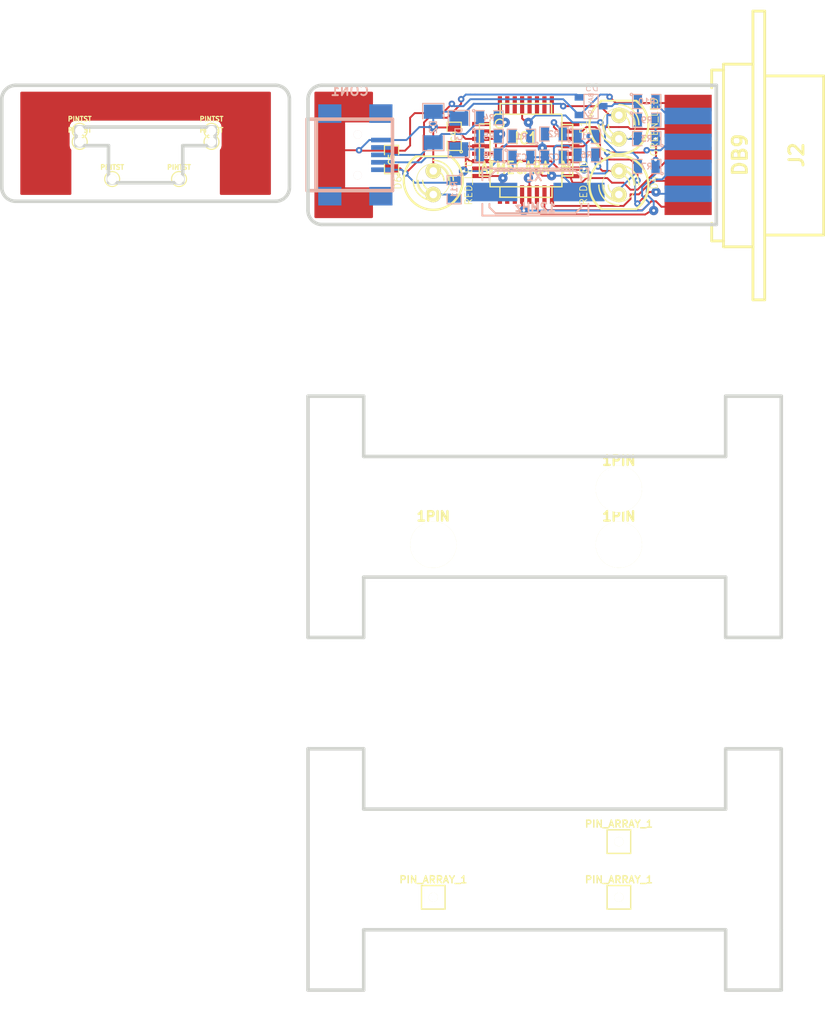
<source format=kicad_pcb>
(kicad_pcb (version 3) (host pcbnew "(22-Jun-2014 BZR 4027)-stable")

  (general
    (links 62)
    (no_connects 5)
    (area 34.809499 20.309499 124.471521 130.690501)
    (thickness 1.6002)
    (drawings 244)
    (tracks 350)
    (zones 0)
    (modules 38)
    (nets 23)
  )

  (page A4)
  (layers
    (15 Front signal)
    (0 Back signal)
    (16 B.Adhes user)
    (17 F.Adhes user)
    (18 B.Paste user)
    (19 F.Paste user)
    (20 B.SilkS user)
    (21 F.SilkS user)
    (22 B.Mask user)
    (23 F.Mask user)
    (24 Dwgs.User user)
    (25 Cmts.User user)
    (26 Eco1.User user)
    (27 Eco2.User user)
    (28 Edge.Cuts user)
  )

  (setup
    (last_trace_width 0.2032)
    (trace_clearance 0.254)
    (zone_clearance 0.5)
    (zone_45_only no)
    (trace_min 0.2032)
    (segment_width 0.381)
    (edge_width 0.381)
    (via_size 0.7)
    (via_drill 0.3)
    (via_min_size 0.7)
    (via_min_drill 0.3)
    (uvia_size 0.508)
    (uvia_drill 0.127)
    (uvias_allowed no)
    (uvia_min_size 0.508)
    (uvia_min_drill 0.127)
    (pcb_text_width 0.3048)
    (pcb_text_size 1.524 2.032)
    (mod_edge_width 0.381)
    (mod_text_size 1.524 1.524)
    (mod_text_width 0.3048)
    (pad_size 1 1)
    (pad_drill 1)
    (pad_to_mask_clearance 0.254)
    (aux_axis_origin 0 0)
    (visible_elements FFFFFFBF)
    (pcbplotparams
      (layerselection 3178497)
      (usegerberextensions true)
      (excludeedgelayer true)
      (linewidth 0.150000)
      (plotframeref false)
      (viasonmask false)
      (mode 1)
      (useauxorigin false)
      (hpglpennumber 1)
      (hpglpenspeed 20)
      (hpglpendiameter 15)
      (hpglpenoverlay 0)
      (psnegative false)
      (psa4output false)
      (plotreference true)
      (plotvalue true)
      (plotothertext true)
      (plotinvisibletext false)
      (padsonsilk false)
      (subtractmaskfromsilk false)
      (outputformat 1)
      (mirror false)
      (drillshape 1)
      (scaleselection 1)
      (outputdirectory ""))
  )

  (net 0 "")
  (net 1 +5V)
  (net 2 GND)
  (net 3 N-000001)
  (net 4 N-0000010)
  (net 5 N-0000015)
  (net 6 N-000002)
  (net 7 N-0000022)
  (net 8 N-0000023)
  (net 9 N-000003)
  (net 10 N-0000032)
  (net 11 N-0000033)
  (net 12 N-0000034)
  (net 13 N-0000035)
  (net 14 N-0000036)
  (net 15 N-0000037)
  (net 16 N-0000038)
  (net 17 N-0000039)
  (net 18 N-000004)
  (net 19 N-0000040)
  (net 20 N-000005)
  (net 21 N-000006)
  (net 22 N-000161)

  (net_class Default "Это класс цепей по умолчанию."
    (clearance 0.254)
    (trace_width 0.2032)
    (via_dia 0.7)
    (via_drill 0.3)
    (uvia_dia 0.508)
    (uvia_drill 0.127)
    (add_net "")
    (add_net +5V)
    (add_net GND)
    (add_net N-000001)
    (add_net N-0000010)
    (add_net N-0000015)
    (add_net N-000002)
    (add_net N-0000022)
    (add_net N-0000023)
    (add_net N-000003)
    (add_net N-0000032)
    (add_net N-0000033)
    (add_net N-0000034)
    (add_net N-0000035)
    (add_net N-0000036)
    (add_net N-0000037)
    (add_net N-0000038)
    (add_net N-0000039)
    (add_net N-000004)
    (add_net N-0000040)
    (add_net N-000005)
    (add_net N-000006)
    (add_net N-000161)
  )

  (module TQFP32 (layer Front) (tedit 43A670DA) (tstamp 52B5FFF3)
    (at 91.50016 35.9998)
    (path /4E83067D)
    (fp_text reference IC1 (at 0 -1.27) (layer F.SilkS)
      (effects (font (size 1.27 1.016) (thickness 0.2032)))
    )
    (fp_text value ATMEGA8A-M (at 0 1.905) (layer F.SilkS)
      (effects (font (size 1.27 1.016) (thickness 0.2032)))
    )
    (fp_line (start 5.0292 2.7686) (end 3.8862 2.7686) (layer F.SilkS) (width 0.1524))
    (fp_line (start 5.0292 -2.7686) (end 3.9116 -2.7686) (layer F.SilkS) (width 0.1524))
    (fp_line (start 5.0292 2.7686) (end 5.0292 -2.7686) (layer F.SilkS) (width 0.1524))
    (fp_line (start 2.794 3.9624) (end 2.794 5.0546) (layer F.SilkS) (width 0.1524))
    (fp_line (start -2.8194 3.9878) (end -2.8194 5.0546) (layer F.SilkS) (width 0.1524))
    (fp_line (start -2.8448 5.0546) (end 2.794 5.08) (layer F.SilkS) (width 0.1524))
    (fp_line (start -2.794 -5.0292) (end 2.7178 -5.0546) (layer F.SilkS) (width 0.1524))
    (fp_line (start -3.8862 -3.2766) (end -3.8862 3.9116) (layer F.SilkS) (width 0.1524))
    (fp_line (start 2.7432 -5.0292) (end 2.7432 -3.9878) (layer F.SilkS) (width 0.1524))
    (fp_line (start -3.2512 -3.8862) (end 3.81 -3.8862) (layer F.SilkS) (width 0.1524))
    (fp_line (start 3.8608 3.937) (end 3.8608 -3.7846) (layer F.SilkS) (width 0.1524))
    (fp_line (start -3.8862 3.937) (end 3.7338 3.937) (layer F.SilkS) (width 0.1524))
    (fp_line (start -5.0292 -2.8448) (end -5.0292 2.794) (layer F.SilkS) (width 0.1524))
    (fp_line (start -5.0292 2.794) (end -3.8862 2.794) (layer F.SilkS) (width 0.1524))
    (fp_line (start -3.87604 -3.302) (end -3.29184 -3.8862) (layer F.SilkS) (width 0.1524))
    (fp_line (start -5.02412 -2.8448) (end -3.87604 -2.8448) (layer F.SilkS) (width 0.1524))
    (fp_line (start -2.794 -3.8862) (end -2.794 -5.03428) (layer F.SilkS) (width 0.1524))
    (fp_circle (center -2.83972 -2.86004) (end -2.43332 -2.60604) (layer F.SilkS) (width 0.1524))
    (pad 8 smd rect (at -4.81584 2.77622) (size 1.99898 0.44958)
      (layers Front F.Paste F.Mask)
      (net 6 N-000002)
    )
    (pad 7 smd rect (at -4.81584 1.97612) (size 1.99898 0.44958)
      (layers Front F.Paste F.Mask)
      (net 3 N-000001)
    )
    (pad 6 smd rect (at -4.81584 1.17602) (size 1.99898 0.44958)
      (layers Front F.Paste F.Mask)
      (net 1 +5V)
    )
    (pad 5 smd rect (at -4.81584 0.37592) (size 1.99898 0.44958)
      (layers Front F.Paste F.Mask)
      (net 2 GND)
    )
    (pad 4 smd rect (at -4.81584 -0.42418) (size 1.99898 0.44958)
      (layers Front F.Paste F.Mask)
      (net 1 +5V)
    )
    (pad 3 smd rect (at -4.81584 -1.22428) (size 1.99898 0.44958)
      (layers Front F.Paste F.Mask)
      (net 2 GND)
    )
    (pad 2 smd rect (at -4.81584 -2.02438) (size 1.99898 0.44958)
      (layers Front F.Paste F.Mask)
      (net 7 N-0000022)
    )
    (pad 1 smd rect (at -4.81584 -2.82448) (size 1.99898 0.44958)
      (layers Front F.Paste F.Mask)
    )
    (pad 24 smd rect (at 4.7498 -2.8194) (size 1.99898 0.44958)
      (layers Front F.Paste F.Mask)
    )
    (pad 17 smd rect (at 4.7498 2.794) (size 1.99898 0.44958)
      (layers Front F.Paste F.Mask)
      (net 12 N-0000034)
    )
    (pad 18 smd rect (at 4.7498 1.9812) (size 1.99898 0.44958)
      (layers Front F.Paste F.Mask)
      (net 1 +5V)
    )
    (pad 19 smd rect (at 4.7498 1.1684) (size 1.99898 0.44958)
      (layers Front F.Paste F.Mask)
    )
    (pad 20 smd rect (at 4.7498 0.381) (size 1.99898 0.44958)
      (layers Front F.Paste F.Mask)
    )
    (pad 21 smd rect (at 4.7498 -0.4318) (size 1.99898 0.44958)
      (layers Front F.Paste F.Mask)
      (net 2 GND)
    )
    (pad 22 smd rect (at 4.7498 -1.2192) (size 1.99898 0.44958)
      (layers Front F.Paste F.Mask)
    )
    (pad 23 smd rect (at 4.7498 -2.032) (size 1.99898 0.44958)
      (layers Front F.Paste F.Mask)
      (net 15 N-0000037)
    )
    (pad 32 smd rect (at -2.82448 -4.826) (size 0.44958 1.99898)
      (layers Front F.Paste F.Mask)
      (net 10 N-0000032)
    )
    (pad 31 smd rect (at -2.02692 -4.826) (size 0.44958 1.99898)
      (layers Front F.Paste F.Mask)
    )
    (pad 30 smd rect (at -1.22428 -4.826) (size 0.44958 1.99898)
      (layers Front F.Paste F.Mask)
    )
    (pad 29 smd rect (at -0.42672 -4.826) (size 0.44958 1.99898)
      (layers Front F.Paste F.Mask)
      (net 19 N-0000040)
    )
    (pad 28 smd rect (at 0.37592 -4.826) (size 0.44958 1.99898)
      (layers Front F.Paste F.Mask)
    )
    (pad 27 smd rect (at 1.17348 -4.826) (size 0.44958 1.99898)
      (layers Front F.Paste F.Mask)
    )
    (pad 26 smd rect (at 1.97612 -4.826) (size 0.44958 1.99898)
      (layers Front F.Paste F.Mask)
    )
    (pad 25 smd rect (at 2.77368 -4.826) (size 0.44958 1.99898)
      (layers Front F.Paste F.Mask)
    )
    (pad 9 smd rect (at -2.8194 4.7752) (size 0.44958 1.99898)
      (layers Front F.Paste F.Mask)
    )
    (pad 10 smd rect (at -2.032 4.7752) (size 0.44958 1.99898)
      (layers Front F.Paste F.Mask)
    )
    (pad 11 smd rect (at -1.2192 4.7752) (size 0.44958 1.99898)
      (layers Front F.Paste F.Mask)
    )
    (pad 12 smd rect (at -0.4318 4.7752) (size 0.44958 1.99898)
      (layers Front F.Paste F.Mask)
      (net 14 N-0000036)
    )
    (pad 13 smd rect (at 0.3556 4.7752) (size 0.44958 1.99898)
      (layers Front F.Paste F.Mask)
      (net 16 N-0000038)
    )
    (pad 14 smd rect (at 1.1684 4.7752) (size 0.44958 1.99898)
      (layers Front F.Paste F.Mask)
      (net 5 N-0000015)
    )
    (pad 15 smd rect (at 1.9812 4.7752) (size 0.44958 1.99898)
      (layers Front F.Paste F.Mask)
      (net 8 N-0000023)
    )
    (pad 16 smd rect (at 2.794 4.7752) (size 0.44958 1.99898)
      (layers Front F.Paste F.Mask)
      (net 4 N-0000010)
    )
    (model smd/tqfp32.wrl
      (at (xyz 0 0 0))
      (scale (xyz 1 1 1))
      (rotate (xyz 0 0 0))
    )
  )

  (module SOT23 (layer Back) (tedit 4ECF7895) (tstamp 52B5FFF4)
    (at 98.5 31.25 90)
    (tags SOT23)
    (path /52B5F9F9)
    (fp_text reference D5 (at 1.99898 0.09906 360) (layer B.SilkS)
      (effects (font (size 0.762 0.762) (thickness 0.0762)) (justify mirror))
    )
    (fp_text value BAV199 (at 0.0635 0 90) (layer B.SilkS)
      (effects (font (size 0.50038 0.50038) (thickness 0.0762)) (justify mirror))
    )
    (fp_line (start -0.508 -0.762) (end -1.27 -0.254) (layer B.SilkS) (width 0.127))
    (fp_line (start 1.27 -0.762) (end -1.3335 -0.762) (layer B.SilkS) (width 0.127))
    (fp_line (start -1.3335 -0.762) (end -1.3335 0.762) (layer B.SilkS) (width 0.127))
    (fp_line (start -1.3335 0.762) (end 1.27 0.762) (layer B.SilkS) (width 0.127))
    (fp_line (start 1.27 0.762) (end 1.27 -0.762) (layer B.SilkS) (width 0.127))
    (pad 3 smd rect (at 0 1.27 90) (size 0.70104 1.00076)
      (layers Back B.Paste B.Mask)
      (net 20 N-000005)
    )
    (pad 2 smd rect (at 0.9525 -1.27 90) (size 0.70104 1.00076)
      (layers Back B.Paste B.Mask)
      (net 1 +5V)
    )
    (pad 1 smd rect (at -0.9525 -1.27 90) (size 0.70104 1.00076)
      (layers Back B.Paste B.Mask)
      (net 2 GND)
    )
    (model smd/SOT23_6.wrl
      (at (xyz 0 0 0))
      (scale (xyz 0.11 0.11 0.11))
      (rotate (xyz 0 0 -180))
    )
  )

  (module SM1206 (layer Back) (tedit 42806E24) (tstamp 52B7239F)
    (at 81.5 33.5 270)
    (path /4E830733)
    (attr smd)
    (fp_text reference D2 (at 0 0 270) (layer B.SilkS)
      (effects (font (size 0.762 0.762) (thickness 0.127)) (justify mirror))
    )
    (fp_text value 3,3V (at 0 0 270) (layer B.SilkS) hide
      (effects (font (size 0.762 0.762) (thickness 0.127)) (justify mirror))
    )
    (fp_line (start -2.54 1.143) (end -2.54 -1.143) (layer B.SilkS) (width 0.127))
    (fp_line (start -2.54 -1.143) (end -0.889 -1.143) (layer B.SilkS) (width 0.127))
    (fp_line (start 0.889 1.143) (end 2.54 1.143) (layer B.SilkS) (width 0.127))
    (fp_line (start 2.54 1.143) (end 2.54 -1.143) (layer B.SilkS) (width 0.127))
    (fp_line (start 2.54 -1.143) (end 0.889 -1.143) (layer B.SilkS) (width 0.127))
    (fp_line (start -0.889 1.143) (end -2.54 1.143) (layer B.SilkS) (width 0.127))
    (pad 1 smd rect (at -1.651 0 270) (size 1.524 2.032)
      (layers Back B.Paste B.Mask)
      (net 2 GND)
    )
    (pad 2 smd rect (at 1.651 0 270) (size 1.524 2.032)
      (layers Back B.Paste B.Mask)
      (net 21 N-000006)
    )
    (model smd/chip_cms.wrl
      (at (xyz 0 0 0))
      (scale (xyz 0.17 0.16 0.16))
      (rotate (xyz 0 0 0))
    )
  )

  (module SM1206 (layer Back) (tedit 42806E24) (tstamp 52B5FFF7)
    (at 84.25 34.25 270)
    (path /4E830739)
    (attr smd)
    (fp_text reference D3 (at 0 0 270) (layer B.SilkS)
      (effects (font (size 0.762 0.762) (thickness 0.127)) (justify mirror))
    )
    (fp_text value 3,3V (at 0 0 270) (layer B.SilkS) hide
      (effects (font (size 0.762 0.762) (thickness 0.127)) (justify mirror))
    )
    (fp_line (start -2.54 1.143) (end -2.54 -1.143) (layer B.SilkS) (width 0.127))
    (fp_line (start -2.54 -1.143) (end -0.889 -1.143) (layer B.SilkS) (width 0.127))
    (fp_line (start 0.889 1.143) (end 2.54 1.143) (layer B.SilkS) (width 0.127))
    (fp_line (start 2.54 1.143) (end 2.54 -1.143) (layer B.SilkS) (width 0.127))
    (fp_line (start 2.54 -1.143) (end 0.889 -1.143) (layer B.SilkS) (width 0.127))
    (fp_line (start -0.889 1.143) (end -2.54 1.143) (layer B.SilkS) (width 0.127))
    (pad 1 smd rect (at -1.651 0 270) (size 1.524 2.032)
      (layers Back B.Paste B.Mask)
      (net 2 GND)
    )
    (pad 2 smd rect (at 1.651 0 270) (size 1.524 2.032)
      (layers Back B.Paste B.Mask)
      (net 11 N-0000033)
    )
    (model smd/chip_cms.wrl
      (at (xyz 0 0 0))
      (scale (xyz 0.17 0.16 0.16))
      (rotate (xyz 0 0 0))
    )
  )

  (module SM0805 (layer Back) (tedit 42806E04) (tstamp 52B6E175)
    (at 104.49988 30.74962)
    (path /52B5FA01)
    (attr smd)
    (fp_text reference R10 (at 0 0) (layer B.SilkS)
      (effects (font (size 0.635 0.635) (thickness 0.127)) (justify mirror))
    )
    (fp_text value 1,5k (at 0 0) (layer B.SilkS) hide
      (effects (font (size 0.635 0.635) (thickness 0.127)) (justify mirror))
    )
    (fp_circle (center -1.651 -0.762) (end -1.651 -0.635) (layer B.SilkS) (width 0.127))
    (fp_line (start -0.508 -0.762) (end -1.524 -0.762) (layer B.SilkS) (width 0.127))
    (fp_line (start -1.524 -0.762) (end -1.524 0.762) (layer B.SilkS) (width 0.127))
    (fp_line (start -1.524 0.762) (end -0.508 0.762) (layer B.SilkS) (width 0.127))
    (fp_line (start 0.508 0.762) (end 1.524 0.762) (layer B.SilkS) (width 0.127))
    (fp_line (start 1.524 0.762) (end 1.524 -0.762) (layer B.SilkS) (width 0.127))
    (fp_line (start 1.524 -0.762) (end 0.508 -0.762) (layer B.SilkS) (width 0.127))
    (pad 1 smd rect (at -0.9525 0) (size 0.889 1.397)
      (layers Back B.Paste B.Mask)
      (net 20 N-000005)
    )
    (pad 2 smd rect (at 0.9525 0) (size 0.889 1.397)
      (layers Back B.Paste B.Mask)
      (net 9 N-000003)
    )
    (model smd/chip_cms.wrl
      (at (xyz 0 0 0))
      (scale (xyz 0.1 0.1 0.1))
      (rotate (xyz 0 0 0))
    )
  )

  (module SM0805 (layer Back) (tedit 42806E04) (tstamp 52B5FFFA)
    (at 104.49988 37.74986 180)
    (path /52B5F977)
    (attr smd)
    (fp_text reference R7 (at 0 0 180) (layer B.SilkS)
      (effects (font (size 0.635 0.635) (thickness 0.127)) (justify mirror))
    )
    (fp_text value 5,1k (at 0 0 180) (layer B.SilkS) hide
      (effects (font (size 0.635 0.635) (thickness 0.127)) (justify mirror))
    )
    (fp_circle (center -1.651 -0.762) (end -1.651 -0.635) (layer B.SilkS) (width 0.127))
    (fp_line (start -0.508 -0.762) (end -1.524 -0.762) (layer B.SilkS) (width 0.127))
    (fp_line (start -1.524 -0.762) (end -1.524 0.762) (layer B.SilkS) (width 0.127))
    (fp_line (start -1.524 0.762) (end -0.508 0.762) (layer B.SilkS) (width 0.127))
    (fp_line (start 0.508 0.762) (end 1.524 0.762) (layer B.SilkS) (width 0.127))
    (fp_line (start 1.524 0.762) (end 1.524 -0.762) (layer B.SilkS) (width 0.127))
    (fp_line (start 1.524 -0.762) (end 0.508 -0.762) (layer B.SilkS) (width 0.127))
    (pad 1 smd rect (at -0.9525 0 180) (size 0.889 1.397)
      (layers Back B.Paste B.Mask)
      (net 14 N-0000036)
    )
    (pad 2 smd rect (at 0.9525 0 180) (size 0.889 1.397)
      (layers Back B.Paste B.Mask)
      (net 2 GND)
    )
    (model smd/chip_cms.wrl
      (at (xyz 0 0 0))
      (scale (xyz 0.1 0.1 0.1))
      (rotate (xyz 0 0 0))
    )
  )

  (module SM0805 (layer Back) (tedit 42806E04) (tstamp 52B5FFFC)
    (at 98 36.5)
    (path /52B5F572)
    (attr smd)
    (fp_text reference R6 (at 0 0) (layer B.SilkS)
      (effects (font (size 0.635 0.635) (thickness 0.127)) (justify mirror))
    )
    (fp_text value 510 (at 0 0) (layer B.SilkS) hide
      (effects (font (size 0.635 0.635) (thickness 0.127)) (justify mirror))
    )
    (fp_circle (center -1.651 -0.762) (end -1.651 -0.635) (layer B.SilkS) (width 0.127))
    (fp_line (start -0.508 -0.762) (end -1.524 -0.762) (layer B.SilkS) (width 0.127))
    (fp_line (start -1.524 -0.762) (end -1.524 0.762) (layer B.SilkS) (width 0.127))
    (fp_line (start -1.524 0.762) (end -0.508 0.762) (layer B.SilkS) (width 0.127))
    (fp_line (start 0.508 0.762) (end 1.524 0.762) (layer B.SilkS) (width 0.127))
    (fp_line (start 1.524 0.762) (end 1.524 -0.762) (layer B.SilkS) (width 0.127))
    (fp_line (start 1.524 -0.762) (end 0.508 -0.762) (layer B.SilkS) (width 0.127))
    (pad 1 smd rect (at -0.9525 0) (size 0.889 1.397)
      (layers Back B.Paste B.Mask)
      (net 16 N-0000038)
    )
    (pad 2 smd rect (at 0.9525 0) (size 0.889 1.397)
      (layers Back B.Paste B.Mask)
      (net 17 N-0000039)
    )
    (model smd/chip_cms.wrl
      (at (xyz 0 0 0))
      (scale (xyz 0.1 0.1 0.1))
      (rotate (xyz 0 0 0))
    )
  )

  (module SM0805 (layer Back) (tedit 42806E04) (tstamp 52B5FFFE)
    (at 87.5 34.5)
    (path /4E830723)
    (attr smd)
    (fp_text reference R5 (at 0 0) (layer B.SilkS)
      (effects (font (size 0.635 0.635) (thickness 0.127)) (justify mirror))
    )
    (fp_text value 68 (at 0 0) (layer B.SilkS) hide
      (effects (font (size 0.635 0.635) (thickness 0.127)) (justify mirror))
    )
    (fp_circle (center -1.651 -0.762) (end -1.651 -0.635) (layer B.SilkS) (width 0.127))
    (fp_line (start -0.508 -0.762) (end -1.524 -0.762) (layer B.SilkS) (width 0.127))
    (fp_line (start -1.524 -0.762) (end -1.524 0.762) (layer B.SilkS) (width 0.127))
    (fp_line (start -1.524 0.762) (end -0.508 0.762) (layer B.SilkS) (width 0.127))
    (fp_line (start 0.508 0.762) (end 1.524 0.762) (layer B.SilkS) (width 0.127))
    (fp_line (start 1.524 0.762) (end 1.524 -0.762) (layer B.SilkS) (width 0.127))
    (fp_line (start 1.524 -0.762) (end 0.508 -0.762) (layer B.SilkS) (width 0.127))
    (pad 1 smd rect (at -0.9525 0) (size 0.889 1.397)
      (layers Back B.Paste B.Mask)
      (net 11 N-0000033)
    )
    (pad 2 smd rect (at 0.9525 0) (size 0.889 1.397)
      (layers Back B.Paste B.Mask)
      (net 7 N-0000022)
    )
    (model smd/chip_cms.wrl
      (at (xyz 0 0 0))
      (scale (xyz 0.1 0.1 0.1))
      (rotate (xyz 0 0 0))
    )
  )

  (module SM0805 (layer Back) (tedit 42806E04) (tstamp 52B60000)
    (at 87.5 32.5)
    (path /4E830725)
    (attr smd)
    (fp_text reference R4 (at 0 0) (layer B.SilkS)
      (effects (font (size 0.635 0.635) (thickness 0.127)) (justify mirror))
    )
    (fp_text value 68 (at 0 0) (layer B.SilkS) hide
      (effects (font (size 0.635 0.635) (thickness 0.127)) (justify mirror))
    )
    (fp_circle (center -1.651 -0.762) (end -1.651 -0.635) (layer B.SilkS) (width 0.127))
    (fp_line (start -0.508 -0.762) (end -1.524 -0.762) (layer B.SilkS) (width 0.127))
    (fp_line (start -1.524 -0.762) (end -1.524 0.762) (layer B.SilkS) (width 0.127))
    (fp_line (start -1.524 0.762) (end -0.508 0.762) (layer B.SilkS) (width 0.127))
    (fp_line (start 0.508 0.762) (end 1.524 0.762) (layer B.SilkS) (width 0.127))
    (fp_line (start 1.524 0.762) (end 1.524 -0.762) (layer B.SilkS) (width 0.127))
    (fp_line (start 1.524 -0.762) (end 0.508 -0.762) (layer B.SilkS) (width 0.127))
    (pad 1 smd rect (at -0.9525 0) (size 0.889 1.397)
      (layers Back B.Paste B.Mask)
      (net 21 N-000006)
    )
    (pad 2 smd rect (at 0.9525 0) (size 0.889 1.397)
      (layers Back B.Paste B.Mask)
      (net 10 N-0000032)
    )
    (model smd/chip_cms.wrl
      (at (xyz 0 0 0))
      (scale (xyz 0.1 0.1 0.1))
      (rotate (xyz 0 0 0))
    )
  )

  (module SM0805 (layer Back) (tedit 42806E04) (tstamp 52B60002)
    (at 104.49988 34.75012 180)
    (path /4E8B0DA7)
    (attr smd)
    (fp_text reference R3 (at 0 0 180) (layer B.SilkS)
      (effects (font (size 0.635 0.635) (thickness 0.127)) (justify mirror))
    )
    (fp_text value 510 (at 0 0 180) (layer B.SilkS) hide
      (effects (font (size 0.635 0.635) (thickness 0.127)) (justify mirror))
    )
    (fp_circle (center -1.651 -0.762) (end -1.651 -0.635) (layer B.SilkS) (width 0.127))
    (fp_line (start -0.508 -0.762) (end -1.524 -0.762) (layer B.SilkS) (width 0.127))
    (fp_line (start -1.524 -0.762) (end -1.524 0.762) (layer B.SilkS) (width 0.127))
    (fp_line (start -1.524 0.762) (end -0.508 0.762) (layer B.SilkS) (width 0.127))
    (fp_line (start 0.508 0.762) (end 1.524 0.762) (layer B.SilkS) (width 0.127))
    (fp_line (start 1.524 0.762) (end 1.524 -0.762) (layer B.SilkS) (width 0.127))
    (fp_line (start 1.524 -0.762) (end 0.508 -0.762) (layer B.SilkS) (width 0.127))
    (pad 1 smd rect (at -0.9525 0 180) (size 0.889 1.397)
      (layers Back B.Paste B.Mask)
      (net 14 N-0000036)
    )
    (pad 2 smd rect (at 0.9525 0 180) (size 0.889 1.397)
      (layers Back B.Paste B.Mask)
      (net 18 N-000004)
    )
    (model smd/chip_cms.wrl
      (at (xyz 0 0 0))
      (scale (xyz 0.1 0.1 0.1))
      (rotate (xyz 0 0 0))
    )
  )

  (module SM0805 (layer Back) (tedit 42806E04) (tstamp 52B60004)
    (at 94.5 34.25 180)
    (path /52B5F5F0)
    (attr smd)
    (fp_text reference R2 (at 0 0 180) (layer B.SilkS)
      (effects (font (size 0.635 0.635) (thickness 0.127)) (justify mirror))
    )
    (fp_text value 100k (at 0 0 180) (layer B.SilkS) hide
      (effects (font (size 0.635 0.635) (thickness 0.127)) (justify mirror))
    )
    (fp_circle (center -1.651 -0.762) (end -1.651 -0.635) (layer B.SilkS) (width 0.127))
    (fp_line (start -0.508 -0.762) (end -1.524 -0.762) (layer B.SilkS) (width 0.127))
    (fp_line (start -1.524 -0.762) (end -1.524 0.762) (layer B.SilkS) (width 0.127))
    (fp_line (start -1.524 0.762) (end -0.508 0.762) (layer B.SilkS) (width 0.127))
    (fp_line (start 0.508 0.762) (end 1.524 0.762) (layer B.SilkS) (width 0.127))
    (fp_line (start 1.524 0.762) (end 1.524 -0.762) (layer B.SilkS) (width 0.127))
    (fp_line (start 1.524 -0.762) (end 0.508 -0.762) (layer B.SilkS) (width 0.127))
    (pad 1 smd rect (at -0.9525 0 180) (size 0.889 1.397)
      (layers Back B.Paste B.Mask)
      (net 15 N-0000037)
    )
    (pad 2 smd rect (at 0.9525 0 180) (size 0.889 1.397)
      (layers Back B.Paste B.Mask)
      (net 2 GND)
    )
    (model smd/chip_cms.wrl
      (at (xyz 0 0 0))
      (scale (xyz 0.1 0.1 0.1))
      (rotate (xyz 0 0 0))
    )
  )

  (module SM0805 (layer Back) (tedit 42806E04) (tstamp 52B60006)
    (at 91 34.5 180)
    (path /4E830AE8)
    (attr smd)
    (fp_text reference R1 (at 0 0 180) (layer B.SilkS)
      (effects (font (size 0.635 0.635) (thickness 0.127)) (justify mirror))
    )
    (fp_text value 5,1k (at 0 0 180) (layer B.SilkS) hide
      (effects (font (size 0.635 0.635) (thickness 0.127)) (justify mirror))
    )
    (fp_circle (center -1.651 -0.762) (end -1.651 -0.635) (layer B.SilkS) (width 0.127))
    (fp_line (start -0.508 -0.762) (end -1.524 -0.762) (layer B.SilkS) (width 0.127))
    (fp_line (start -1.524 -0.762) (end -1.524 0.762) (layer B.SilkS) (width 0.127))
    (fp_line (start -1.524 0.762) (end -0.508 0.762) (layer B.SilkS) (width 0.127))
    (fp_line (start 0.508 0.762) (end 1.524 0.762) (layer B.SilkS) (width 0.127))
    (fp_line (start 1.524 0.762) (end 1.524 -0.762) (layer B.SilkS) (width 0.127))
    (fp_line (start 1.524 -0.762) (end 0.508 -0.762) (layer B.SilkS) (width 0.127))
    (pad 1 smd rect (at -0.9525 0 180) (size 0.889 1.397)
      (layers Back B.Paste B.Mask)
      (net 19 N-0000040)
    )
    (pad 2 smd rect (at 0.9525 0 180) (size 0.889 1.397)
      (layers Back B.Paste B.Mask)
      (net 1 +5V)
    )
    (model smd/chip_cms.wrl
      (at (xyz 0 0 0))
      (scale (xyz 0.1 0.1 0.1))
      (rotate (xyz 0 0 0))
    )
  )

  (module SM0805 (layer Back) (tedit 42806E04) (tstamp 52B60008)
    (at 87.5 36.5 180)
    (path /4E830727)
    (attr smd)
    (fp_text reference R8 (at 0 0 180) (layer B.SilkS)
      (effects (font (size 0.635 0.635) (thickness 0.127)) (justify mirror))
    )
    (fp_text value 1,5k (at 0 0 180) (layer B.SilkS) hide
      (effects (font (size 0.635 0.635) (thickness 0.127)) (justify mirror))
    )
    (fp_circle (center -1.651 -0.762) (end -1.651 -0.635) (layer B.SilkS) (width 0.127))
    (fp_line (start -0.508 -0.762) (end -1.524 -0.762) (layer B.SilkS) (width 0.127))
    (fp_line (start -1.524 -0.762) (end -1.524 0.762) (layer B.SilkS) (width 0.127))
    (fp_line (start -1.524 0.762) (end -0.508 0.762) (layer B.SilkS) (width 0.127))
    (fp_line (start 0.508 0.762) (end 1.524 0.762) (layer B.SilkS) (width 0.127))
    (fp_line (start 1.524 0.762) (end 1.524 -0.762) (layer B.SilkS) (width 0.127))
    (fp_line (start 1.524 -0.762) (end 0.508 -0.762) (layer B.SilkS) (width 0.127))
    (pad 1 smd rect (at -0.9525 0 180) (size 0.889 1.397)
      (layers Back B.Paste B.Mask)
      (net 1 +5V)
    )
    (pad 2 smd rect (at 0.9525 0 180) (size 0.889 1.397)
      (layers Back B.Paste B.Mask)
      (net 11 N-0000033)
    )
    (model smd/chip_cms.wrl
      (at (xyz 0 0 0))
      (scale (xyz 0.1 0.1 0.1))
      (rotate (xyz 0 0 0))
    )
  )

  (module SM0805 (layer Back) (tedit 42806E04) (tstamp 52B6000A)
    (at 104.5 32.75)
    (path /4E8AF31F)
    (attr smd)
    (fp_text reference R9 (at 0 0) (layer B.SilkS)
      (effects (font (size 0.635 0.635) (thickness 0.127)) (justify mirror))
    )
    (fp_text value 1,5k (at 0 0) (layer B.SilkS) hide
      (effects (font (size 0.635 0.635) (thickness 0.127)) (justify mirror))
    )
    (fp_circle (center -1.651 -0.762) (end -1.651 -0.635) (layer B.SilkS) (width 0.127))
    (fp_line (start -0.508 -0.762) (end -1.524 -0.762) (layer B.SilkS) (width 0.127))
    (fp_line (start -1.524 -0.762) (end -1.524 0.762) (layer B.SilkS) (width 0.127))
    (fp_line (start -1.524 0.762) (end -0.508 0.762) (layer B.SilkS) (width 0.127))
    (fp_line (start 0.508 0.762) (end 1.524 0.762) (layer B.SilkS) (width 0.127))
    (fp_line (start 1.524 0.762) (end 1.524 -0.762) (layer B.SilkS) (width 0.127))
    (fp_line (start 1.524 -0.762) (end 0.508 -0.762) (layer B.SilkS) (width 0.127))
    (pad 1 smd rect (at -0.9525 0) (size 0.889 1.397)
      (layers Back B.Paste B.Mask)
      (net 20 N-000005)
    )
    (pad 2 smd rect (at 0.9525 0) (size 0.889 1.397)
      (layers Back B.Paste B.Mask)
      (net 14 N-0000036)
    )
    (model smd/chip_cms.wrl
      (at (xyz 0 0 0))
      (scale (xyz 0.1 0.1 0.1))
      (rotate (xyz 0 0 0))
    )
  )

  (module SM0805 (layer Back) (tedit 42806E04) (tstamp 52B6000C)
    (at 83.75 40.25 270)
    (path /52B5F58E)
    (attr smd)
    (fp_text reference R11 (at 0 0 270) (layer B.SilkS)
      (effects (font (size 0.635 0.635) (thickness 0.127)) (justify mirror))
    )
    (fp_text value 510 (at 0 0 270) (layer B.SilkS) hide
      (effects (font (size 0.635 0.635) (thickness 0.127)) (justify mirror))
    )
    (fp_circle (center -1.651 -0.762) (end -1.651 -0.635) (layer B.SilkS) (width 0.127))
    (fp_line (start -0.508 -0.762) (end -1.524 -0.762) (layer B.SilkS) (width 0.127))
    (fp_line (start -1.524 -0.762) (end -1.524 0.762) (layer B.SilkS) (width 0.127))
    (fp_line (start -1.524 0.762) (end -0.508 0.762) (layer B.SilkS) (width 0.127))
    (fp_line (start 0.508 0.762) (end 1.524 0.762) (layer B.SilkS) (width 0.127))
    (fp_line (start 1.524 0.762) (end 1.524 -0.762) (layer B.SilkS) (width 0.127))
    (fp_line (start 1.524 -0.762) (end 0.508 -0.762) (layer B.SilkS) (width 0.127))
    (pad 1 smd rect (at -0.9525 0 270) (size 0.889 1.397)
      (layers Back B.Paste B.Mask)
      (net 1 +5V)
    )
    (pad 2 smd rect (at 0.9525 0 270) (size 0.889 1.397)
      (layers Back B.Paste B.Mask)
      (net 13 N-0000035)
    )
    (model smd/chip_cms.wrl
      (at (xyz 0 0 0))
      (scale (xyz 0.1 0.1 0.1))
      (rotate (xyz 0 0 0))
    )
  )

  (module SM0805 (layer Back) (tedit 42806E04) (tstamp 52B6000E)
    (at 98 34.5)
    (path /4E8308C2)
    (attr smd)
    (fp_text reference C1 (at 0 0) (layer B.SilkS)
      (effects (font (size 0.635 0.635) (thickness 0.127)) (justify mirror))
    )
    (fp_text value 0,1 (at 0 0) (layer B.SilkS) hide
      (effects (font (size 0.635 0.635) (thickness 0.127)) (justify mirror))
    )
    (fp_circle (center -1.651 -0.762) (end -1.651 -0.635) (layer B.SilkS) (width 0.127))
    (fp_line (start -0.508 -0.762) (end -1.524 -0.762) (layer B.SilkS) (width 0.127))
    (fp_line (start -1.524 -0.762) (end -1.524 0.762) (layer B.SilkS) (width 0.127))
    (fp_line (start -1.524 0.762) (end -0.508 0.762) (layer B.SilkS) (width 0.127))
    (fp_line (start 0.508 0.762) (end 1.524 0.762) (layer B.SilkS) (width 0.127))
    (fp_line (start 1.524 0.762) (end 1.524 -0.762) (layer B.SilkS) (width 0.127))
    (fp_line (start 1.524 -0.762) (end 0.508 -0.762) (layer B.SilkS) (width 0.127))
    (pad 1 smd rect (at -0.9525 0) (size 0.889 1.397)
      (layers Back B.Paste B.Mask)
      (net 1 +5V)
    )
    (pad 2 smd rect (at 0.9525 0) (size 0.889 1.397)
      (layers Back B.Paste B.Mask)
      (net 2 GND)
    )
    (model smd/chip_cms.wrl
      (at (xyz 0 0 0))
      (scale (xyz 0.1 0.1 0.1))
      (rotate (xyz 0 0 0))
    )
  )

  (module SM0805 (layer Front) (tedit 42806E04) (tstamp 52B60010)
    (at 77 37 90)
    (path /4E83129C)
    (attr smd)
    (fp_text reference C5 (at 0 0 90) (layer F.SilkS)
      (effects (font (size 0.635 0.635) (thickness 0.127)))
    )
    (fp_text value 0,1 (at 0 0 90) (layer F.SilkS) hide
      (effects (font (size 0.635 0.635) (thickness 0.127)))
    )
    (fp_circle (center -1.651 0.762) (end -1.651 0.635) (layer F.SilkS) (width 0.127))
    (fp_line (start -0.508 0.762) (end -1.524 0.762) (layer F.SilkS) (width 0.127))
    (fp_line (start -1.524 0.762) (end -1.524 -0.762) (layer F.SilkS) (width 0.127))
    (fp_line (start -1.524 -0.762) (end -0.508 -0.762) (layer F.SilkS) (width 0.127))
    (fp_line (start 0.508 -0.762) (end 1.524 -0.762) (layer F.SilkS) (width 0.127))
    (fp_line (start 1.524 -0.762) (end 1.524 0.762) (layer F.SilkS) (width 0.127))
    (fp_line (start 1.524 0.762) (end 0.508 0.762) (layer F.SilkS) (width 0.127))
    (pad 1 smd rect (at -0.9525 0 90) (size 0.889 1.397)
      (layers Front F.Paste F.Mask)
      (net 1 +5V)
    )
    (pad 2 smd rect (at 0.9525 0 90) (size 0.889 1.397)
      (layers Front F.Paste F.Mask)
      (net 2 GND)
    )
    (model smd/chip_cms.wrl
      (at (xyz 0 0 0))
      (scale (xyz 0.1 0.1 0.1))
      (rotate (xyz 0 0 0))
    )
  )

  (module SM0805 (layer Front) (tedit 42806E04) (tstamp 52B60012)
    (at 83.75 34.5 90)
    (path /4E8308BC)
    (attr smd)
    (fp_text reference C4 (at 0 0 90) (layer F.SilkS)
      (effects (font (size 0.635 0.635) (thickness 0.127)))
    )
    (fp_text value 0,1 (at 0 0 90) (layer F.SilkS) hide
      (effects (font (size 0.635 0.635) (thickness 0.127)))
    )
    (fp_circle (center -1.651 0.762) (end -1.651 0.635) (layer F.SilkS) (width 0.127))
    (fp_line (start -0.508 0.762) (end -1.524 0.762) (layer F.SilkS) (width 0.127))
    (fp_line (start -1.524 0.762) (end -1.524 -0.762) (layer F.SilkS) (width 0.127))
    (fp_line (start -1.524 -0.762) (end -0.508 -0.762) (layer F.SilkS) (width 0.127))
    (fp_line (start 0.508 -0.762) (end 1.524 -0.762) (layer F.SilkS) (width 0.127))
    (fp_line (start 1.524 -0.762) (end 1.524 0.762) (layer F.SilkS) (width 0.127))
    (fp_line (start 1.524 0.762) (end 0.508 0.762) (layer F.SilkS) (width 0.127))
    (pad 1 smd rect (at -0.9525 0 90) (size 0.889 1.397)
      (layers Front F.Paste F.Mask)
      (net 1 +5V)
    )
    (pad 2 smd rect (at 0.9525 0 90) (size 0.889 1.397)
      (layers Front F.Paste F.Mask)
      (net 2 GND)
    )
    (model smd/chip_cms.wrl
      (at (xyz 0 0 0))
      (scale (xyz 0.1 0.1 0.1))
      (rotate (xyz 0 0 0))
    )
  )

  (module SM0805 (layer Back) (tedit 42806E04) (tstamp 52B60014)
    (at 91 36.75)
    (path /4E83097F)
    (attr smd)
    (fp_text reference C3 (at 0 0) (layer B.SilkS)
      (effects (font (size 0.635 0.635) (thickness 0.127)) (justify mirror))
    )
    (fp_text value 22 (at 0 0) (layer B.SilkS) hide
      (effects (font (size 0.635 0.635) (thickness 0.127)) (justify mirror))
    )
    (fp_circle (center -1.651 -0.762) (end -1.651 -0.635) (layer B.SilkS) (width 0.127))
    (fp_line (start -0.508 -0.762) (end -1.524 -0.762) (layer B.SilkS) (width 0.127))
    (fp_line (start -1.524 -0.762) (end -1.524 0.762) (layer B.SilkS) (width 0.127))
    (fp_line (start -1.524 0.762) (end -0.508 0.762) (layer B.SilkS) (width 0.127))
    (fp_line (start 0.508 0.762) (end 1.524 0.762) (layer B.SilkS) (width 0.127))
    (fp_line (start 1.524 0.762) (end 1.524 -0.762) (layer B.SilkS) (width 0.127))
    (fp_line (start 1.524 -0.762) (end 0.508 -0.762) (layer B.SilkS) (width 0.127))
    (pad 1 smd rect (at -0.9525 0) (size 0.889 1.397)
      (layers Back B.Paste B.Mask)
      (net 6 N-000002)
    )
    (pad 2 smd rect (at 0.9525 0) (size 0.889 1.397)
      (layers Back B.Paste B.Mask)
      (net 2 GND)
    )
    (model smd/chip_cms.wrl
      (at (xyz 0 0 0))
      (scale (xyz 0.1 0.1 0.1))
      (rotate (xyz 0 0 0))
    )
  )

  (module SM0805 (layer Back) (tedit 42806E04) (tstamp 52B60016)
    (at 94.5 36.75 180)
    (path /4E830966)
    (attr smd)
    (fp_text reference C2 (at 0 0 180) (layer B.SilkS)
      (effects (font (size 0.635 0.635) (thickness 0.127)) (justify mirror))
    )
    (fp_text value 22 (at 0 0 180) (layer B.SilkS) hide
      (effects (font (size 0.635 0.635) (thickness 0.127)) (justify mirror))
    )
    (fp_circle (center -1.651 -0.762) (end -1.651 -0.635) (layer B.SilkS) (width 0.127))
    (fp_line (start -0.508 -0.762) (end -1.524 -0.762) (layer B.SilkS) (width 0.127))
    (fp_line (start -1.524 -0.762) (end -1.524 0.762) (layer B.SilkS) (width 0.127))
    (fp_line (start -1.524 0.762) (end -0.508 0.762) (layer B.SilkS) (width 0.127))
    (fp_line (start 0.508 0.762) (end 1.524 0.762) (layer B.SilkS) (width 0.127))
    (fp_line (start 1.524 0.762) (end 1.524 -0.762) (layer B.SilkS) (width 0.127))
    (fp_line (start 1.524 -0.762) (end 0.508 -0.762) (layer B.SilkS) (width 0.127))
    (pad 1 smd rect (at -0.9525 0 180) (size 0.889 1.397)
      (layers Back B.Paste B.Mask)
      (net 3 N-000001)
    )
    (pad 2 smd rect (at 0.9525 0 180) (size 0.889 1.397)
      (layers Back B.Paste B.Mask)
      (net 2 GND)
    )
    (model smd/chip_cms.wrl
      (at (xyz 0 0 0))
      (scale (xyz 0.1 0.1 0.1))
      (rotate (xyz 0 0 0))
    )
  )

  (module Q_49U3HMS (layer Back) (tedit 4E15E4D5) (tstamp 52B60017)
    (at 92.50092 40.50068 180)
    (path /4E83094A)
    (fp_text reference X1 (at 0.127 1.651 180) (layer B.SilkS)
      (effects (font (size 0.889 0.889) (thickness 0.2032)) (justify mirror))
    )
    (fp_text value 12MHz (at 0 -1.651 180) (layer B.SilkS)
      (effects (font (size 0.889 0.889) (thickness 0.2032)) (justify mirror))
    )
    (fp_line (start -4.953 1.651) (end -4.953 1.27) (layer B.SilkS) (width 0.2032))
    (fp_line (start -4.953 -1.651) (end -4.953 -1.27) (layer B.SilkS) (width 0.2032))
    (fp_line (start 4.953 -1.651) (end 4.953 -1.27) (layer B.SilkS) (width 0.2032))
    (fp_line (start 4.953 1.651) (end 4.953 1.27) (layer B.SilkS) (width 0.2032))
    (fp_line (start 5.715 2.54) (end 5.715 1.27) (layer B.SilkS) (width 0.2032))
    (fp_line (start 5.715 -2.54) (end 5.715 -1.27) (layer B.SilkS) (width 0.2032))
    (fp_line (start -5.715 -2.54) (end -5.715 -1.27) (layer B.SilkS) (width 0.2032))
    (fp_line (start -5.715 2.54) (end -5.715 1.27) (layer B.SilkS) (width 0.2032))
    (fp_line (start -4.953 -1.651) (end -4.318 -2.286) (layer B.SilkS) (width 0.2032))
    (fp_line (start -4.318 -2.286) (end 4.318 -2.286) (layer B.SilkS) (width 0.2032))
    (fp_line (start 4.318 -2.286) (end 4.953 -1.651) (layer B.SilkS) (width 0.2032))
    (fp_line (start 4.953 1.651) (end 4.318 2.286) (layer B.SilkS) (width 0.2032))
    (fp_line (start 4.318 2.286) (end -4.318 2.286) (layer B.SilkS) (width 0.2032))
    (fp_line (start -4.318 2.286) (end -4.953 1.651) (layer B.SilkS) (width 0.2032))
    (fp_line (start 5.715 -2.54) (end -5.715 -2.54) (layer B.SilkS) (width 0.2032))
    (fp_line (start -5.715 2.54) (end 5.715 2.54) (layer B.SilkS) (width 0.2032))
    (pad 1 smd rect (at -4.699 0 180) (size 5.4991 1.99898)
      (layers Back B.Paste B.Mask)
      (net 3 N-000001)
    )
    (pad 2 smd rect (at 4.699 0 180) (size 5.4991 1.99898)
      (layers Back B.Paste B.Mask)
      (net 6 N-000002)
    )
  )

  (module LED-5MM (layer Front) (tedit 49BFA269) (tstamp 52B60018)
    (at 81.50018 39.49992 90)
    (descr "LED 5mm - Lead pitch 100mil (2,54mm)")
    (tags "LED led 5mm 5MM 100mil 2,54mm")
    (path /52B5F55C)
    (fp_text reference D6 (at 0 -3.81 90) (layer F.SilkS)
      (effects (font (size 0.762 0.762) (thickness 0.0889)))
    )
    (fp_text value RED_LED (at 0 3.81 90) (layer F.SilkS)
      (effects (font (size 0.762 0.762) (thickness 0.0889)))
    )
    (fp_line (start 2.8448 1.905) (end 2.8448 -1.905) (layer F.SilkS) (width 0.2032))
    (fp_circle (center 0.254 0) (end -1.016 1.27) (layer F.SilkS) (width 0.0762))
    (fp_arc (start 0.254 0) (end 2.794 1.905) (angle 286.2) (layer F.SilkS) (width 0.254))
    (fp_arc (start 0.254 0) (end -0.889 0) (angle 90) (layer F.SilkS) (width 0.1524))
    (fp_arc (start 0.254 0) (end 1.397 0) (angle 90) (layer F.SilkS) (width 0.1524))
    (fp_arc (start 0.254 0) (end -1.397 0) (angle 90) (layer F.SilkS) (width 0.1524))
    (fp_arc (start 0.254 0) (end 1.905 0) (angle 90) (layer F.SilkS) (width 0.1524))
    (fp_arc (start 0.254 0) (end -1.905 0) (angle 90) (layer F.SilkS) (width 0.1524))
    (fp_arc (start 0.254 0) (end 2.413 0) (angle 90) (layer F.SilkS) (width 0.1524))
    (pad 1 thru_hole circle (at -1.27 0 90) (size 1.6764 1.6764) (drill 0.8128)
      (layers *.Cu F.Paste F.SilkS F.Mask)
      (net 13 N-0000035)
    )
    (pad 2 thru_hole circle (at 1.27 0 90) (size 1.6764 1.6764) (drill 0.8128)
      (layers *.Cu F.Paste F.SilkS F.Mask)
      (net 2 GND)
    )
    (model discret/leds/led5_vertical_verde.wrl
      (at (xyz 0 0 0))
      (scale (xyz 1 1 1))
      (rotate (xyz 0 0 0))
    )
  )

  (module LED-5MM (layer Front) (tedit 49BFA269) (tstamp 52B6001A)
    (at 101.50014 39.49992 270)
    (descr "LED 5mm - Lead pitch 100mil (2,54mm)")
    (tags "LED led 5mm 5MM 100mil 2,54mm")
    (path /52B5F567)
    (fp_text reference D4 (at 0 -3.81 270) (layer F.SilkS)
      (effects (font (size 0.762 0.762) (thickness 0.0889)))
    )
    (fp_text value RED_LED (at 0 3.81 270) (layer F.SilkS)
      (effects (font (size 0.762 0.762) (thickness 0.0889)))
    )
    (fp_line (start 2.8448 1.905) (end 2.8448 -1.905) (layer F.SilkS) (width 0.2032))
    (fp_circle (center 0.254 0) (end -1.016 1.27) (layer F.SilkS) (width 0.0762))
    (fp_arc (start 0.254 0) (end 2.794 1.905) (angle 286.2) (layer F.SilkS) (width 0.254))
    (fp_arc (start 0.254 0) (end -0.889 0) (angle 90) (layer F.SilkS) (width 0.1524))
    (fp_arc (start 0.254 0) (end 1.397 0) (angle 90) (layer F.SilkS) (width 0.1524))
    (fp_arc (start 0.254 0) (end -1.397 0) (angle 90) (layer F.SilkS) (width 0.1524))
    (fp_arc (start 0.254 0) (end 1.905 0) (angle 90) (layer F.SilkS) (width 0.1524))
    (fp_arc (start 0.254 0) (end -1.905 0) (angle 90) (layer F.SilkS) (width 0.1524))
    (fp_arc (start 0.254 0) (end 2.413 0) (angle 90) (layer F.SilkS) (width 0.1524))
    (pad 1 thru_hole circle (at -1.27 0 270) (size 1.6764 1.6764) (drill 0.8128)
      (layers *.Cu F.Paste F.SilkS F.Mask)
      (net 17 N-0000039)
    )
    (pad 2 thru_hole circle (at 1.27 0 270) (size 1.6764 1.6764) (drill 0.8128)
      (layers *.Cu F.Paste F.SilkS F.Mask)
      (net 2 GND)
    )
    (model discret/leds/led5_vertical_verde.wrl
      (at (xyz 0 0 0))
      (scale (xyz 1 1 1))
      (rotate (xyz 0 0 0))
    )
  )

  (module LED-5MM (layer Front) (tedit 49BFA269) (tstamp 52B6001C)
    (at 101.50014 33.50044 90)
    (descr "LED 5mm - Lead pitch 100mil (2,54mm)")
    (tags "LED led 5mm 5MM 100mil 2,54mm")
    (path /4E8B0DC8)
    (fp_text reference D1 (at 0 -3.81 90) (layer F.SilkS)
      (effects (font (size 0.762 0.762) (thickness 0.0889)))
    )
    (fp_text value GREEN_LED (at 0 3.81 90) (layer F.SilkS)
      (effects (font (size 0.762 0.762) (thickness 0.0889)))
    )
    (fp_line (start 2.8448 1.905) (end 2.8448 -1.905) (layer F.SilkS) (width 0.2032))
    (fp_circle (center 0.254 0) (end -1.016 1.27) (layer F.SilkS) (width 0.0762))
    (fp_arc (start 0.254 0) (end 2.794 1.905) (angle 286.2) (layer F.SilkS) (width 0.254))
    (fp_arc (start 0.254 0) (end -0.889 0) (angle 90) (layer F.SilkS) (width 0.1524))
    (fp_arc (start 0.254 0) (end 1.397 0) (angle 90) (layer F.SilkS) (width 0.1524))
    (fp_arc (start 0.254 0) (end -1.397 0) (angle 90) (layer F.SilkS) (width 0.1524))
    (fp_arc (start 0.254 0) (end 1.905 0) (angle 90) (layer F.SilkS) (width 0.1524))
    (fp_arc (start 0.254 0) (end -1.905 0) (angle 90) (layer F.SilkS) (width 0.1524))
    (fp_arc (start 0.254 0) (end 2.413 0) (angle 90) (layer F.SilkS) (width 0.1524))
    (pad 1 thru_hole circle (at -1.27 0 90) (size 1.6764 1.6764) (drill 0.8128)
      (layers *.Cu F.Paste F.SilkS F.Mask)
      (net 18 N-000004)
    )
    (pad 2 thru_hole circle (at 1.27 0 90) (size 1.6764 1.6764) (drill 0.8128)
      (layers *.Cu F.Paste F.SilkS F.Mask)
      (net 2 GND)
    )
    (model discret/leds/led5_vertical_verde.wrl
      (at (xyz 0 0 0))
      (scale (xyz 1 1 1))
      (rotate (xyz 0 0 0))
    )
  )

  (module DB9F_CI (layer Front) (tedit 3F98DDA0) (tstamp 52B6001D)
    (at 111.50012 36.50018 270)
    (descr "Connecteur DB9 femelle encarte")
    (tags "CONN DB9")
    (path /52B5F317)
    (fp_text reference J2 (at 0 -9.144 270) (layer F.SilkS)
      (effects (font (size 1.524 1.524) (thickness 0.3048)))
    )
    (fp_text value DB9 (at 0 -3.048 270) (layer F.SilkS)
      (effects (font (size 1.524 1.524) (thickness 0.3048)))
    )
    (fp_line (start -8.509 -12.065) (end 8.636 -12.065) (layer F.SilkS) (width 0.3048))
    (fp_line (start 9.271 -1.27) (end -9.144 -1.27) (layer F.SilkS) (width 0.3048))
    (fp_line (start 9.906 -1.27) (end 9.271 -1.27) (layer F.SilkS) (width 0.3048))
    (fp_line (start 9.906 -4.445) (end -9.779 -4.445) (layer F.SilkS) (width 0.3048))
    (fp_line (start 15.621 -4.445) (end 9.906 -4.445) (layer F.SilkS) (width 0.3048))
    (fp_line (start -15.494 -5.715) (end 15.621 -5.715) (layer F.SilkS) (width 0.3048))
    (fp_line (start 8.636 -5.715) (end 8.636 -12.065) (layer F.SilkS) (width 0.3048))
    (fp_line (start 15.621 -4.445) (end 15.621 -5.715) (layer F.SilkS) (width 0.3048))
    (fp_line (start 9.906 -1.27) (end 9.906 -4.445) (layer F.SilkS) (width 0.3048))
    (fp_line (start 7.366 0) (end 9.271 0) (layer F.SilkS) (width 0.3048))
    (fp_line (start 9.271 0) (end 9.271 -1.27) (layer F.SilkS) (width 0.3048))
    (fp_line (start -8.509 -5.715) (end -8.509 -12.065) (layer F.SilkS) (width 0.3048))
    (fp_line (start -9.779 -4.445) (end -15.494 -4.445) (layer F.SilkS) (width 0.3048))
    (fp_line (start -15.494 -4.445) (end -15.494 -5.715) (layer F.SilkS) (width 0.3048))
    (fp_line (start -9.144 -1.27) (end -9.779 -1.27) (layer F.SilkS) (width 0.3048))
    (fp_line (start -9.779 -1.27) (end -9.779 -4.445) (layer F.SilkS) (width 0.3048))
    (fp_line (start -7.239 0) (end -9.144 0) (layer F.SilkS) (width 0.3048))
    (fp_line (start -9.144 0) (end -9.144 -1.27) (layer F.SilkS) (width 0.3048))
    (pad 4 connect rect (at 2.794 2.54 270) (size 1.778 5.08)
      (layers Front F.Mask)
      (net 4 N-0000010)
    )
    (pad 3 connect rect (at 0 2.54 270) (size 1.778 5.08)
      (layers Front F.Mask)
      (net 12 N-0000034)
    )
    (pad 2 connect rect (at -2.794 2.54 270) (size 1.778 5.08)
      (layers Front F.Mask)
      (net 19 N-0000040)
    )
    (pad 1 connect rect (at -5.588 2.54 270) (size 1.778 5.08)
      (layers Front F.Mask)
      (net 2 GND)
    )
    (pad 5 connect rect (at 5.588 2.54 270) (size 1.778 5.08)
      (layers Front F.Mask)
      (net 8 N-0000023)
    )
    (pad 6 connect rect (at -4.191 2.54 270) (size 1.778 5.08)
      (layers Back B.Mask)
      (net 9 N-000003)
    )
    (pad 7 connect rect (at -1.397 2.54 270) (size 1.778 5.08)
      (layers Back B.Mask)
      (net 1 +5V)
    )
    (pad 8 connect rect (at 1.397 2.54 270) (size 1.778 5.08)
      (layers Back B.Mask)
      (net 5 N-0000015)
    )
    (pad 9 connect rect (at 4.191 2.54 270) (size 1.778 5.08)
      (layers Back B.Mask)
      (net 15 N-0000037)
    )
    (model conn_DBxx/db9_female.wrl
      (at (xyz 0 0 -0.033))
      (scale (xyz 1 1 1))
      (rotate (xyz 90 180 0))
    )
  )

  (module USB_MINI_B (layer Back) (tedit 505F99F2) (tstamp 52E80755)
    (at 72.5 36.5)
    (descr "USB Mini-B 5-pin SMD connector")
    (tags "USB, Mini-B, connector")
    (path /52B70989)
    (fp_text reference CON1 (at 0 -6.90118) (layer B.SilkS)
      (effects (font (size 1.016 1.016) (thickness 0.2032)) (justify mirror))
    )
    (fp_text value USB-MINI-B (at 0 7.0993) (layer B.SilkS) hide
      (effects (font (size 1.016 1.016) (thickness 0.2032)) (justify mirror))
    )
    (fp_line (start -3.59918 3.85064) (end -3.59918 -3.85064) (layer B.SilkS) (width 0.381))
    (fp_line (start -4.59994 3.85064) (end -4.59994 -3.85064) (layer B.SilkS) (width 0.381))
    (fp_line (start -4.59994 -3.85064) (end 4.59994 -3.85064) (layer B.SilkS) (width 0.381))
    (fp_line (start 4.59994 -3.85064) (end 4.59994 3.85064) (layer B.SilkS) (width 0.381))
    (fp_line (start 4.59994 3.85064) (end -4.59994 3.85064) (layer B.SilkS) (width 0.381))
    (pad 1 smd rect (at 3.44932 1.6002) (size 2.30124 0.50038)
      (layers Back B.Paste B.Mask)
      (net 1 +5V)
    )
    (pad 2 smd rect (at 3.44932 0.8001) (size 2.30124 0.50038)
      (layers Back B.Paste B.Mask)
      (net 11 N-0000033)
    )
    (pad 3 smd rect (at 3.44932 0) (size 2.30124 0.50038)
      (layers Back B.Paste B.Mask)
      (net 21 N-000006)
    )
    (pad 4 smd rect (at 3.44932 -0.8001) (size 2.30124 0.50038)
      (layers Back B.Paste B.Mask)
    )
    (pad 5 smd rect (at 3.44932 -1.6002) (size 2.30124 0.50038)
      (layers Back B.Paste B.Mask)
      (net 2 GND)
    )
    (pad 6 smd rect (at 3.35026 4.45008) (size 2.49936 1.99898)
      (layers Back B.Paste B.Mask)
    )
    (pad 7 smd rect (at -2.14884 4.45008) (size 2.49936 1.99898)
      (layers Back B.Paste B.Mask)
    )
    (pad 8 smd rect (at 3.35026 -4.45008) (size 2.49936 1.99898)
      (layers Back B.Paste B.Mask)
    )
    (pad 9 smd rect (at -2.14884 -4.45008) (size 2.49936 1.99898)
      (layers Back B.Paste B.Mask)
    )
    (pad "" np_thru_hole circle (at 0.8509 2.19964) (size 0.89916 0.89916) (drill 0.89916)
      (layers *.Cu *.Mask B.SilkS)
    )
    (pad 2 np_thru_hole circle (at 0.8509 -2.19964) (size 0.89916 0.89916) (drill 0.89916)
      (layers *.Cu *.Mask B.SilkS)
      (net 11 N-0000033)
    )
  )

  (module 1pin (layer Front) (tedit 550F0C06) (tstamp 550F0B91)
    (at 81.5 78.5)
    (descr "module 1 pin (ou trou mecanique de percage)")
    (tags DEV)
    (path 1pin)
    (fp_text reference 1PIN (at 0 -3.048) (layer F.SilkS)
      (effects (font (size 1.016 1.016) (thickness 0.254)))
    )
    (fp_text value P*** (at 0 2.794) (layer F.SilkS) hide
      (effects (font (size 1.016 1.016) (thickness 0.254)))
    )
    (fp_circle (center 0 0) (end 0 -2.286) (layer F.SilkS) (width 0.381))
    (pad "" np_thru_hole circle (at 0 0) (size 5 5) (drill 5)
      (layers *.Cu *.Mask F.SilkS)
    )
  )

  (module 1pin (layer Front) (tedit 200000) (tstamp 550F0C14)
    (at 101.5 72.5)
    (descr "module 1 pin (ou trou mecanique de percage)")
    (tags DEV)
    (path 1pin)
    (fp_text reference 1PIN (at 0 -3.048) (layer F.SilkS)
      (effects (font (size 1.016 1.016) (thickness 0.254)))
    )
    (fp_text value P*** (at 0 2.794) (layer F.SilkS) hide
      (effects (font (size 1.016 1.016) (thickness 0.254)))
    )
    (fp_circle (center 0 0) (end 0 -2.286) (layer F.SilkS) (width 0.381))
    (pad 1 np_thru_hole circle (at 0 0) (size 5 5) (drill 5)
      (layers *.Cu *.Mask F.SilkS)
    )
  )

  (module 1pin (layer Front) (tedit 200000) (tstamp 550F0C1F)
    (at 101.5 78.5)
    (descr "module 1 pin (ou trou mecanique de percage)")
    (tags DEV)
    (path 1pin)
    (fp_text reference 1PIN (at 0 -3.048) (layer F.SilkS)
      (effects (font (size 1.016 1.016) (thickness 0.254)))
    )
    (fp_text value P*** (at 0 2.794) (layer F.SilkS) hide
      (effects (font (size 1.016 1.016) (thickness 0.254)))
    )
    (fp_circle (center 0 0) (end 0 -2.286) (layer F.SilkS) (width 0.381))
    (pad 1 np_thru_hole circle (at 0 0) (size 5 5) (drill 5)
      (layers *.Cu *.Mask F.SilkS)
    )
  )

  (module PINTST (layer Front) (tedit 550F0C75) (tstamp 550F7427)
    (at 57.6 35.1)
    (descr "module 1 pin (ou trou mecanique de percage)")
    (tags DEV)
    (fp_text reference PINTST (at 0 -1.26746) (layer F.SilkS)
      (effects (font (size 0.508 0.508) (thickness 0.127)))
    )
    (fp_text value Val* (at 0 1.27) (layer F.SilkS) hide
      (effects (font (size 0.508 0.508) (thickness 0.127)))
    )
    (fp_circle (center 0 0) (end -0.254 -0.762) (layer F.SilkS) (width 0.127))
    (pad "" np_thru_hole circle (at 0 0) (size 1 1) (drill 1)
      (layers *.Cu *.Mask F.SilkS)
    )
    (model pin_array/pin_array_1x1.wrl
      (at (xyz 0 0 0))
      (scale (xyz 1 1 1))
      (rotate (xyz 0 0 0))
    )
  )

  (module PINTST (layer Front) (tedit 3D649DF9) (tstamp 55103BE0)
    (at 57.6 33.9)
    (descr "module 1 pin (ou trou mecanique de percage)")
    (tags DEV)
    (fp_text reference PINTST (at 0 -1.26746) (layer F.SilkS)
      (effects (font (size 0.508 0.508) (thickness 0.127)))
    )
    (fp_text value Val* (at 0 1.27) (layer F.SilkS) hide
      (effects (font (size 0.508 0.508) (thickness 0.127)))
    )
    (fp_circle (center 0 0) (end -0.254 -0.762) (layer F.SilkS) (width 0.127))
    (pad 1 np_thru_hole circle (at 0 0) (size 1 1) (drill 1)
      (layers *.Cu *.Mask F.SilkS)
      (net 22 N-000161)
    )
    (model pin_array/pin_array_1x1.wrl
      (at (xyz 0 0 0))
      (scale (xyz 1 1 1))
      (rotate (xyz 0 0 0))
    )
  )

  (module PINTST (layer Front) (tedit 3D649DF9) (tstamp 550F743D)
    (at 43.4 33.9)
    (descr "module 1 pin (ou trou mecanique de percage)")
    (tags DEV)
    (fp_text reference PINTST (at 0 -1.26746) (layer F.SilkS)
      (effects (font (size 0.508 0.508) (thickness 0.127)))
    )
    (fp_text value Val* (at 0 1.27) (layer F.SilkS) hide
      (effects (font (size 0.508 0.508) (thickness 0.127)))
    )
    (fp_circle (center 0 0) (end -0.254 -0.762) (layer F.SilkS) (width 0.127))
    (pad 1 np_thru_hole circle (at 0 0) (size 1 1) (drill 1)
      (layers *.Cu *.Mask F.SilkS)
      (net 22 N-000161)
    )
    (model pin_array/pin_array_1x1.wrl
      (at (xyz 0 0 0))
      (scale (xyz 1 1 1))
      (rotate (xyz 0 0 0))
    )
  )

  (module PIN_ARRAY_1 (layer Front) (tedit 550FE304) (tstamp 550FE362)
    (at 101.5 110.5)
    (descr "1 pin")
    (tags "CONN DEV")
    (fp_text reference PIN_ARRAY_1 (at 0 -1.905) (layer F.SilkS)
      (effects (font (size 0.762 0.762) (thickness 0.1524)))
    )
    (fp_text value Val** (at 0 -1.905) (layer F.SilkS) hide
      (effects (font (size 0.762 0.762) (thickness 0.1524)))
    )
    (fp_line (start 1.27 1.27) (end -1.27 1.27) (layer F.SilkS) (width 0.1524))
    (fp_line (start -1.27 -1.27) (end 1.27 -1.27) (layer F.SilkS) (width 0.1524))
    (fp_line (start -1.27 1.27) (end -1.27 -1.27) (layer F.SilkS) (width 0.1524))
    (fp_line (start 1.27 -1.27) (end 1.27 1.27) (layer F.SilkS) (width 0.1524))
    (pad "" np_thru_hole circle (at 0 0) (size 1 1) (drill 1)
      (layers *.Cu *.Mask F.SilkS)
    )
    (model pin_array\pin_1.wrl
      (at (xyz 0 0 0))
      (scale (xyz 1 1 1))
      (rotate (xyz 0 0 0))
    )
  )

  (module PINTST (layer Front) (tedit 3D649DF9) (tstamp 55103BAB)
    (at 43.4 35.1)
    (descr "module 1 pin (ou trou mecanique de percage)")
    (tags DEV)
    (fp_text reference PINTST (at 0 -1.26746) (layer F.SilkS)
      (effects (font (size 0.508 0.508) (thickness 0.127)))
    )
    (fp_text value Val* (at 0 1.27) (layer F.SilkS) hide
      (effects (font (size 0.508 0.508) (thickness 0.127)))
    )
    (fp_circle (center 0 0) (end -0.254 -0.762) (layer F.SilkS) (width 0.127))
    (pad 1 np_thru_hole circle (at 0 0) (size 1 1) (drill 1)
      (layers *.Cu *.Mask F.SilkS)
      (net 22 N-000161)
    )
    (model pin_array/pin_array_1x1.wrl
      (at (xyz 0 0 0))
      (scale (xyz 1 1 1))
      (rotate (xyz 0 0 0))
    )
  )

  (module PINTST (layer Front) (tedit 3D649DF9) (tstamp 55103BB6)
    (at 46.9 39.1)
    (descr "module 1 pin (ou trou mecanique de percage)")
    (tags DEV)
    (fp_text reference PINTST (at 0 -1.26746) (layer F.SilkS)
      (effects (font (size 0.508 0.508) (thickness 0.127)))
    )
    (fp_text value Val* (at 0 1.27) (layer F.SilkS) hide
      (effects (font (size 0.508 0.508) (thickness 0.127)))
    )
    (fp_circle (center 0 0) (end -0.254 -0.762) (layer F.SilkS) (width 0.127))
    (pad 1 np_thru_hole circle (at 0 0) (size 1 1) (drill 1)
      (layers *.Cu *.Mask F.SilkS)
      (net 22 N-000161)
    )
    (model pin_array/pin_array_1x1.wrl
      (at (xyz 0 0 0))
      (scale (xyz 1 1 1))
      (rotate (xyz 0 0 0))
    )
  )

  (module PINTST (layer Front) (tedit 3D649DF9) (tstamp 55103BC1)
    (at 54.1 39.1)
    (descr "module 1 pin (ou trou mecanique de percage)")
    (tags DEV)
    (fp_text reference PINTST (at 0 -1.26746) (layer F.SilkS)
      (effects (font (size 0.508 0.508) (thickness 0.127)))
    )
    (fp_text value Val* (at 0 1.27) (layer F.SilkS) hide
      (effects (font (size 0.508 0.508) (thickness 0.127)))
    )
    (fp_circle (center 0 0) (end -0.254 -0.762) (layer F.SilkS) (width 0.127))
    (pad 1 np_thru_hole circle (at 0 0) (size 1 1) (drill 1)
      (layers *.Cu *.Mask F.SilkS)
      (net 22 N-000161)
    )
    (model pin_array/pin_array_1x1.wrl
      (at (xyz 0 0 0))
      (scale (xyz 1 1 1))
      (rotate (xyz 0 0 0))
    )
  )

  (module PIN_ARRAY_1 (layer Front) (tedit 550FE30C) (tstamp 55103BF2)
    (at 101.5 116.5)
    (descr "1 pin")
    (tags "CONN DEV")
    (fp_text reference PIN_ARRAY_1 (at 0 -1.905) (layer F.SilkS)
      (effects (font (size 0.762 0.762) (thickness 0.1524)))
    )
    (fp_text value Val** (at 0 -1.905) (layer F.SilkS) hide
      (effects (font (size 0.762 0.762) (thickness 0.1524)))
    )
    (fp_line (start 1.27 1.27) (end -1.27 1.27) (layer F.SilkS) (width 0.1524))
    (fp_line (start -1.27 -1.27) (end 1.27 -1.27) (layer F.SilkS) (width 0.1524))
    (fp_line (start -1.27 1.27) (end -1.27 -1.27) (layer F.SilkS) (width 0.1524))
    (fp_line (start 1.27 -1.27) (end 1.27 1.27) (layer F.SilkS) (width 0.1524))
    (pad "" np_thru_hole circle (at 0 0) (size 1 1) (drill 1)
      (layers *.Cu *.Mask F.SilkS)
    )
    (model pin_array\pin_1.wrl
      (at (xyz 0 0 0))
      (scale (xyz 1 1 1))
      (rotate (xyz 0 0 0))
    )
  )

  (module PIN_ARRAY_1 (layer Front) (tedit 550FE2FC) (tstamp 55103C0C)
    (at 81.5 116.5)
    (descr "1 pin")
    (tags "CONN DEV")
    (fp_text reference PIN_ARRAY_1 (at 0 -1.905) (layer F.SilkS)
      (effects (font (size 0.762 0.762) (thickness 0.1524)))
    )
    (fp_text value Val** (at 0 -1.905) (layer F.SilkS) hide
      (effects (font (size 0.762 0.762) (thickness 0.1524)))
    )
    (fp_line (start 1.27 1.27) (end -1.27 1.27) (layer F.SilkS) (width 0.1524))
    (fp_line (start -1.27 -1.27) (end 1.27 -1.27) (layer F.SilkS) (width 0.1524))
    (fp_line (start -1.27 1.27) (end -1.27 -1.27) (layer F.SilkS) (width 0.1524))
    (fp_line (start 1.27 -1.27) (end 1.27 1.27) (layer F.SilkS) (width 0.1524))
    (pad "" np_thru_hole circle (at 0 0) (size 1 1) (drill 1)
      (layers *.Cu *.Mask F.SilkS)
    )
    (model pin_array\pin_1.wrl
      (at (xyz 0 0 0))
      (scale (xyz 1 1 1))
      (rotate (xyz 0 0 0))
    )
  )

  (gr_text 1 (at 70.5 36.5) (layer Dwgs.User)
    (effects (font (size 2.032 1.524) (thickness 0.3048)))
  )
  (gr_circle (center 70.5 36.5) (end 72 38) (layer Dwgs.User) (width 0.381))
  (gr_circle (center 50.5 36) (end 53 36) (layer Dwgs.User) (width 0.381))
  (gr_text 0,5 (at 50.5 36) (layer Dwgs.User)
    (effects (font (size 2.032 1.524) (thickness 0.3048)))
  )
  (gr_line (start 68 30.5) (end 68 42.5) (angle 90) (layer Edge.Cuts) (width 0.381))
  (gr_line (start 112 44) (end 69.5 44) (angle 90) (layer Edge.Cuts) (width 0.381))
  (gr_line (start 69.5 29) (end 112 29) (angle 90) (layer Edge.Cuts) (width 0.381))
  (gr_arc (start 69.5 42.5) (end 69.5 44) (angle 90) (layer Edge.Cuts) (width 0.381))
  (gr_arc (start 69.5 30.5) (end 68 30.5) (angle 90) (layer Edge.Cuts) (width 0.381))
  (gr_line (start 87 120) (end 87 121) (angle 90) (layer Dwgs.User) (width 0.381) (tstamp 550F0C0E))
  (gr_line (start 77 120) (end 87 120) (angle 90) (layer Dwgs.User) (width 0.381) (tstamp 550F0C0D))
  (gr_line (start 77 121) (end 77 120) (angle 90) (layer Dwgs.User) (width 0.381) (tstamp 550F0C0C))
  (gr_line (start 87 107) (end 87 106) (angle 90) (layer Dwgs.User) (width 0.381) (tstamp 550F0C0B))
  (gr_line (start 77 107) (end 87 107) (angle 90) (layer Dwgs.User) (width 0.381) (tstamp 550F0C0A))
  (gr_line (start 77 106) (end 77 107) (angle 90) (layer Dwgs.User) (width 0.381) (tstamp 550F0C09))
  (gr_line (start 100 120) (end 100 121) (angle 90) (layer Dwgs.User) (width 0.381) (tstamp 550F0C08))
  (gr_line (start 110 120) (end 100 120) (angle 90) (layer Dwgs.User) (width 0.381) (tstamp 550F0C07))
  (gr_line (start 110 121) (end 110 120) (angle 90) (layer Dwgs.User) (width 0.381) (tstamp 550F0C06))
  (gr_line (start 100 107) (end 100 106) (angle 90) (layer Dwgs.User) (width 0.381) (tstamp 550F0C05))
  (gr_line (start 110 107) (end 100 107) (angle 90) (layer Dwgs.User) (width 0.381) (tstamp 550F0C04))
  (gr_line (start 110 106) (end 110 107) (angle 90) (layer Dwgs.User) (width 0.381) (tstamp 550F0C03))
  (gr_line (start 93 113.5) (end 94 113.5) (angle 90) (layer Dwgs.User) (width 0.381) (tstamp 550F0C02))
  (gr_line (start 93.5 113) (end 93.5 114) (angle 90) (layer Dwgs.User) (width 0.381) (tstamp 550F0C01))
  (gr_line (start 74.5 113) (end 74.5 114) (angle 90) (layer Dwgs.User) (width 0.381) (tstamp 550F0C00))
  (gr_line (start 112.5 113) (end 112.5 114) (angle 90) (layer Dwgs.User) (width 0.381) (tstamp 550F0BFF))
  (gr_circle (center 101.5 110.5) (end 101.5 113) (layer Dwgs.User) (width 0.381) (tstamp 550F0BFE))
  (gr_circle (center 101.5 116.5) (end 101.5 114) (layer Dwgs.User) (width 0.381) (tstamp 550F0BFD))
  (gr_circle (center 81.5 116.5) (end 81.5 114) (layer Dwgs.User) (width 0.381) (tstamp 550F0BFC))
  (gr_line (start 111.5 130) (end 120 130) (angle 90) (layer Dwgs.User) (width 0.381) (tstamp 550F0BFB))
  (gr_line (start 111.5 123) (end 111.5 130) (angle 90) (layer Dwgs.User) (width 0.381) (tstamp 550F0BFA))
  (gr_line (start 75.5 123) (end 111.5 123) (angle 90) (layer Dwgs.User) (width 0.381) (tstamp 550F0BF9))
  (gr_line (start 75.5 130) (end 75.5 123) (angle 90) (layer Dwgs.User) (width 0.381) (tstamp 550F0BF8))
  (gr_line (start 67 130) (end 75.5 130) (angle 90) (layer Dwgs.User) (width 0.381) (tstamp 550F0BF7))
  (gr_line (start 111.5 97) (end 120 97) (angle 90) (layer Dwgs.User) (width 0.381) (tstamp 550F0BF6))
  (gr_line (start 111.5 104) (end 111.5 97) (angle 90) (layer Dwgs.User) (width 0.381) (tstamp 550F0BF5))
  (gr_line (start 75.5 104) (end 111.5 104) (angle 90) (layer Dwgs.User) (width 0.381) (tstamp 550F0BF4))
  (gr_line (start 75.5 97) (end 75.5 104) (angle 90) (layer Dwgs.User) (width 0.381) (tstamp 550F0BF3))
  (gr_line (start 67 97) (end 75.5 97) (angle 90) (layer Dwgs.User) (width 0.381) (tstamp 550F0BF2))
  (gr_line (start 113 121) (end 74 121) (angle 90) (layer Dwgs.User) (width 0.381) (tstamp 550F0BF1))
  (gr_line (start 113 129) (end 113 121) (angle 90) (layer Dwgs.User) (width 0.381) (tstamp 550F0BF0))
  (gr_line (start 74 129) (end 74 121) (angle 90) (layer Dwgs.User) (width 0.381) (tstamp 550F0BEF))
  (gr_line (start 113 106) (end 74 106) (angle 90) (layer Dwgs.User) (width 0.381) (tstamp 550F0BEE))
  (gr_line (start 113 98) (end 113 106) (angle 90) (layer Dwgs.User) (width 0.381) (tstamp 550F0BED))
  (gr_line (start 74 98) (end 74 106) (angle 90) (layer Dwgs.User) (width 0.381) (tstamp 550F0BEC))
  (gr_line (start 71 98) (end 74 98) (angle 90) (layer Dwgs.User) (width 0.381) (tstamp 550F0BEB))
  (gr_line (start 71 100.5) (end 71 98) (angle 90) (layer Dwgs.User) (width 0.381) (tstamp 550F0BEA))
  (gr_line (start 69 100.5) (end 71 100.5) (angle 90) (layer Dwgs.User) (width 0.381) (tstamp 550F0BE9))
  (gr_line (start 69 98) (end 69 100.5) (angle 90) (layer Dwgs.User) (width 0.381) (tstamp 550F0BE8))
  (gr_line (start 68 98) (end 69 98) (angle 90) (layer Dwgs.User) (width 0.381) (tstamp 550F0BE7))
  (gr_line (start 71 129) (end 74 129) (angle 90) (layer Dwgs.User) (width 0.381) (tstamp 550F0BE6))
  (gr_line (start 71 126.5) (end 71 129) (angle 90) (layer Dwgs.User) (width 0.381) (tstamp 550F0BE5))
  (gr_line (start 69 126.5) (end 71 126.5) (angle 90) (layer Dwgs.User) (width 0.381) (tstamp 550F0BE4))
  (gr_line (start 69 129) (end 69 126.5) (angle 90) (layer Dwgs.User) (width 0.381) (tstamp 550F0BE3))
  (gr_line (start 68 129) (end 69 129) (angle 90) (layer Dwgs.User) (width 0.381) (tstamp 550F0BE2))
  (gr_line (start 116 129) (end 113 129) (angle 90) (layer Dwgs.User) (width 0.381) (tstamp 550F0BE1))
  (gr_line (start 116 98) (end 113 98) (angle 90) (layer Dwgs.User) (width 0.381) (tstamp 550F0BE0))
  (gr_line (start 116 126.5) (end 116 129) (angle 90) (layer Dwgs.User) (width 0.381) (tstamp 550F0BDF))
  (gr_line (start 118 126.5) (end 116 126.5) (angle 90) (layer Dwgs.User) (width 0.381) (tstamp 550F0BDE))
  (gr_line (start 118 129) (end 118 126.5) (angle 90) (layer Dwgs.User) (width 0.381) (tstamp 550F0BDD))
  (gr_line (start 119 129) (end 118 129) (angle 90) (layer Dwgs.User) (width 0.381) (tstamp 550F0BDC))
  (gr_line (start 116 100.5) (end 116 98) (angle 90) (layer Dwgs.User) (width 0.381) (tstamp 550F0BDB))
  (gr_line (start 118 100.5) (end 116 100.5) (angle 90) (layer Dwgs.User) (width 0.381) (tstamp 550F0BDA))
  (gr_line (start 118 99.5) (end 118 100.5) (angle 90) (layer Dwgs.User) (width 0.381) (tstamp 550F0BD9))
  (gr_line (start 118 98) (end 118 99.5) (angle 90) (layer Dwgs.User) (width 0.381) (tstamp 550F0BD8))
  (gr_line (start 119 98) (end 118 98) (angle 90) (layer Dwgs.User) (width 0.381) (tstamp 550F0BD7))
  (gr_line (start 119 98) (end 119 129) (angle 90) (layer Dwgs.User) (width 0.381) (tstamp 550F0BD6))
  (gr_line (start 68 98) (end 68 129) (angle 90) (layer Dwgs.User) (width 0.381) (tstamp 550F0BD5))
  (gr_line (start 67 97) (end 67 130) (angle 90) (layer Dwgs.User) (width 0.381) (tstamp 550F0BD4))
  (gr_line (start 120 97) (end 120 130) (angle 90) (layer Dwgs.User) (width 0.381) (tstamp 550F0BD3))
  (gr_line (start 111.50012 112.49942) (end 111.50012 114.50094) (angle 90) (layer Dwgs.User) (width 0.381) (tstamp 550F0BD2))
  (gr_line (start 110.49936 113.50018) (end 112.50088 113.50018) (angle 90) (layer Dwgs.User) (width 0.381) (tstamp 550F0BD1))
  (gr_line (start 74.49994 113.50018) (end 76.49892 113.50018) (angle 90) (layer Dwgs.User) (width 0.381) (tstamp 550F0BD0))
  (gr_line (start 75.5007 112.49942) (end 75.5007 114.50094) (angle 90) (layer Dwgs.User) (width 0.381) (tstamp 550F0BCF))
  (gr_line (start 68 100.5) (end 74 100.5) (angle 90) (layer Edge.Cuts) (width 0.381) (tstamp 550F0BCE))
  (gr_line (start 74 100.5) (end 74 107) (angle 90) (layer Edge.Cuts) (width 0.381) (tstamp 550F0BCD))
  (gr_line (start 74 107) (end 113 107) (angle 90) (layer Edge.Cuts) (width 0.381) (tstamp 550F0BCC))
  (gr_line (start 113 107) (end 113 100.5) (angle 90) (layer Edge.Cuts) (width 0.381) (tstamp 550F0BCB))
  (gr_line (start 113 100.5) (end 119 100.5) (angle 90) (layer Edge.Cuts) (width 0.381) (tstamp 550F0BCA))
  (gr_line (start 119 100.5) (end 119 120) (angle 90) (layer Edge.Cuts) (width 0.381) (tstamp 550F0BC9))
  (gr_line (start 119 120) (end 119 126.5) (angle 90) (layer Edge.Cuts) (width 0.381) (tstamp 550F0BC8))
  (gr_line (start 119 126.5) (end 113 126.5) (angle 90) (layer Edge.Cuts) (width 0.381) (tstamp 550F0BC7))
  (gr_line (start 113 126.5) (end 113 120) (angle 90) (layer Edge.Cuts) (width 0.381) (tstamp 550F0BC6))
  (gr_line (start 113 120) (end 74 120) (angle 90) (layer Edge.Cuts) (width 0.381) (tstamp 550F0BC5))
  (gr_line (start 74 120) (end 74 126.5) (angle 90) (layer Edge.Cuts) (width 0.381) (tstamp 550F0BC4))
  (gr_line (start 74 126.5) (end 68 126.5) (angle 90) (layer Edge.Cuts) (width 0.381) (tstamp 550F0BC3))
  (gr_line (start 68 126.5) (end 68 100.5) (angle 90) (layer Edge.Cuts) (width 0.381) (tstamp 550F0BC2))
  (gr_line (start 68 88.5) (end 68 62.5) (angle 90) (layer Edge.Cuts) (width 0.381))
  (gr_line (start 74 88.5) (end 68 88.5) (angle 90) (layer Edge.Cuts) (width 0.381))
  (gr_line (start 74 82) (end 74 88.5) (angle 90) (layer Edge.Cuts) (width 0.381))
  (gr_line (start 113 82) (end 74 82) (angle 90) (layer Edge.Cuts) (width 0.381))
  (gr_line (start 113 88.5) (end 113 82) (angle 90) (layer Edge.Cuts) (width 0.381))
  (gr_line (start 119 88.5) (end 113 88.5) (angle 90) (layer Edge.Cuts) (width 0.381))
  (gr_line (start 119 82) (end 119 88.5) (angle 90) (layer Edge.Cuts) (width 0.381))
  (gr_line (start 119 62.5) (end 119 82) (angle 90) (layer Edge.Cuts) (width 0.381))
  (gr_line (start 113 62.5) (end 119 62.5) (angle 90) (layer Edge.Cuts) (width 0.381))
  (gr_line (start 113 69) (end 113 62.5) (angle 90) (layer Edge.Cuts) (width 0.381))
  (gr_line (start 74 69) (end 113 69) (angle 90) (layer Edge.Cuts) (width 0.381))
  (gr_line (start 74 62.5) (end 74 69) (angle 90) (layer Edge.Cuts) (width 0.381))
  (gr_line (start 68 62.5) (end 74 62.5) (angle 90) (layer Edge.Cuts) (width 0.381))
  (gr_line (start 75.5007 74.49942) (end 75.5007 76.50094) (angle 90) (layer Dwgs.User) (width 0.381) (tstamp 550F0B4A))
  (gr_line (start 74.49994 75.50018) (end 76.49892 75.50018) (angle 90) (layer Dwgs.User) (width 0.381) (tstamp 550F0B49))
  (gr_line (start 110.49936 75.50018) (end 112.50088 75.50018) (angle 90) (layer Dwgs.User) (width 0.381) (tstamp 550F0B48))
  (gr_line (start 111.50012 74.49942) (end 111.50012 76.50094) (angle 90) (layer Dwgs.User) (width 0.381) (tstamp 550F0B47))
  (gr_line (start 120 59) (end 120 92) (angle 90) (layer Dwgs.User) (width 0.381) (tstamp 550F0B46))
  (gr_line (start 67 59) (end 67 92) (angle 90) (layer Dwgs.User) (width 0.381) (tstamp 550F0B45))
  (gr_line (start 68 60) (end 68 91) (angle 90) (layer Dwgs.User) (width 0.381) (tstamp 550F0B44))
  (gr_line (start 119 60) (end 119 91) (angle 90) (layer Dwgs.User) (width 0.381) (tstamp 550F0B43))
  (gr_line (start 119 60) (end 118 60) (angle 90) (layer Dwgs.User) (width 0.381) (tstamp 550F0B42))
  (gr_line (start 118 60) (end 118 61.5) (angle 90) (layer Dwgs.User) (width 0.381) (tstamp 550F0B41))
  (gr_line (start 118 61.5) (end 118 62.5) (angle 90) (layer Dwgs.User) (width 0.381) (tstamp 550F0B40))
  (gr_line (start 118 62.5) (end 116 62.5) (angle 90) (layer Dwgs.User) (width 0.381) (tstamp 550F0B3F))
  (gr_line (start 116 62.5) (end 116 60) (angle 90) (layer Dwgs.User) (width 0.381) (tstamp 550F0B3E))
  (gr_line (start 119 91) (end 118 91) (angle 90) (layer Dwgs.User) (width 0.381) (tstamp 550F0B3D))
  (gr_line (start 118 91) (end 118 88.5) (angle 90) (layer Dwgs.User) (width 0.381) (tstamp 550F0B3C))
  (gr_line (start 118 88.5) (end 116 88.5) (angle 90) (layer Dwgs.User) (width 0.381) (tstamp 550F0B3B))
  (gr_line (start 116 88.5) (end 116 91) (angle 90) (layer Dwgs.User) (width 0.381) (tstamp 550F0B3A))
  (gr_line (start 116 60) (end 113 60) (angle 90) (layer Dwgs.User) (width 0.381) (tstamp 550F0B39))
  (gr_line (start 116 91) (end 113 91) (angle 90) (layer Dwgs.User) (width 0.381) (tstamp 550F0B38))
  (gr_line (start 68 91) (end 69 91) (angle 90) (layer Dwgs.User) (width 0.381) (tstamp 550F0B37))
  (gr_line (start 69 91) (end 69 88.5) (angle 90) (layer Dwgs.User) (width 0.381) (tstamp 550F0B36))
  (gr_line (start 69 88.5) (end 71 88.5) (angle 90) (layer Dwgs.User) (width 0.381) (tstamp 550F0B35))
  (gr_line (start 71 88.5) (end 71 91) (angle 90) (layer Dwgs.User) (width 0.381) (tstamp 550F0B34))
  (gr_line (start 71 91) (end 74 91) (angle 90) (layer Dwgs.User) (width 0.381) (tstamp 550F0B33))
  (gr_line (start 68 60) (end 69 60) (angle 90) (layer Dwgs.User) (width 0.381) (tstamp 550F0B32))
  (gr_line (start 69 60) (end 69 62.5) (angle 90) (layer Dwgs.User) (width 0.381) (tstamp 550F0B31))
  (gr_line (start 69 62.5) (end 71 62.5) (angle 90) (layer Dwgs.User) (width 0.381) (tstamp 550F0B30))
  (gr_line (start 71 62.5) (end 71 60) (angle 90) (layer Dwgs.User) (width 0.381) (tstamp 550F0B2F))
  (gr_line (start 71 60) (end 74 60) (angle 90) (layer Dwgs.User) (width 0.381) (tstamp 550F0B2E))
  (gr_line (start 74 60) (end 74 68) (angle 90) (layer Dwgs.User) (width 0.381) (tstamp 550F0B2D))
  (gr_line (start 113 60) (end 113 68) (angle 90) (layer Dwgs.User) (width 0.381) (tstamp 550F0B2C))
  (gr_line (start 113 68) (end 74 68) (angle 90) (layer Dwgs.User) (width 0.381) (tstamp 550F0B2B))
  (gr_line (start 74 91) (end 74 83) (angle 90) (layer Dwgs.User) (width 0.381) (tstamp 550F0B2A))
  (gr_line (start 113 91) (end 113 83) (angle 90) (layer Dwgs.User) (width 0.381) (tstamp 550F0B29))
  (gr_line (start 113 83) (end 74 83) (angle 90) (layer Dwgs.User) (width 0.381) (tstamp 550F0B28))
  (gr_line (start 67 59) (end 75.5 59) (angle 90) (layer Dwgs.User) (width 0.381) (tstamp 550F0B27))
  (gr_line (start 75.5 59) (end 75.5 66) (angle 90) (layer Dwgs.User) (width 0.381) (tstamp 550F0B26))
  (gr_line (start 75.5 66) (end 111.5 66) (angle 90) (layer Dwgs.User) (width 0.381) (tstamp 550F0B25))
  (gr_line (start 111.5 66) (end 111.5 59) (angle 90) (layer Dwgs.User) (width 0.381) (tstamp 550F0B24))
  (gr_line (start 111.5 59) (end 120 59) (angle 90) (layer Dwgs.User) (width 0.381) (tstamp 550F0B23))
  (gr_line (start 67 92) (end 75.5 92) (angle 90) (layer Dwgs.User) (width 0.381) (tstamp 550F0B22))
  (gr_line (start 75.5 92) (end 75.5 85) (angle 90) (layer Dwgs.User) (width 0.381) (tstamp 550F0B21))
  (gr_line (start 75.5 85) (end 111.5 85) (angle 90) (layer Dwgs.User) (width 0.381) (tstamp 550F0B20))
  (gr_line (start 111.5 85) (end 111.5 92) (angle 90) (layer Dwgs.User) (width 0.381) (tstamp 550F0B1F))
  (gr_line (start 111.5 92) (end 120 92) (angle 90) (layer Dwgs.User) (width 0.381) (tstamp 550F0B1E))
  (gr_circle (center 81.5 78.5) (end 81.5 76) (layer Dwgs.User) (width 0.381) (tstamp 550F0B1D))
  (gr_circle (center 101.5 78.5) (end 101.5 76) (layer Dwgs.User) (width 0.381) (tstamp 550F0B1C))
  (gr_circle (center 101.5 72.5) (end 101.5 75) (layer Dwgs.User) (width 0.381) (tstamp 550F0B1B))
  (gr_line (start 112.5 75) (end 112.5 76) (angle 90) (layer Dwgs.User) (width 0.381) (tstamp 550F0B1A))
  (gr_line (start 74.5 75) (end 74.5 76) (angle 90) (layer Dwgs.User) (width 0.381) (tstamp 550F0B19))
  (gr_line (start 93.5 75) (end 93.5 76) (angle 90) (layer Dwgs.User) (width 0.381) (tstamp 550F0B18))
  (gr_line (start 93 75.5) (end 94 75.5) (angle 90) (layer Dwgs.User) (width 0.381) (tstamp 550F0B17))
  (gr_line (start 110 68) (end 110 69) (angle 90) (layer Dwgs.User) (width 0.381) (tstamp 550F0B16))
  (gr_line (start 110 69) (end 100 69) (angle 90) (layer Dwgs.User) (width 0.381) (tstamp 550F0B15))
  (gr_line (start 100 69) (end 100 68) (angle 90) (layer Dwgs.User) (width 0.381) (tstamp 550F0B14))
  (gr_line (start 110 83) (end 110 82) (angle 90) (layer Dwgs.User) (width 0.381) (tstamp 550F0B13))
  (gr_line (start 110 82) (end 100 82) (angle 90) (layer Dwgs.User) (width 0.381) (tstamp 550F0B12))
  (gr_line (start 100 82) (end 100 83) (angle 90) (layer Dwgs.User) (width 0.381) (tstamp 550F0B11))
  (gr_line (start 77 68) (end 77 69) (angle 90) (layer Dwgs.User) (width 0.381) (tstamp 550F0B10))
  (gr_line (start 77 69) (end 87 69) (angle 90) (layer Dwgs.User) (width 0.381) (tstamp 550F0B0F))
  (gr_line (start 87 69) (end 87 68) (angle 90) (layer Dwgs.User) (width 0.381) (tstamp 550F0B0E))
  (gr_line (start 77 83) (end 77 82) (angle 90) (layer Dwgs.User) (width 0.381) (tstamp 550F0B0D))
  (gr_line (start 77 82) (end 87 82) (angle 90) (layer Dwgs.User) (width 0.381) (tstamp 550F0B0C))
  (gr_line (start 87 82) (end 87 83) (angle 90) (layer Dwgs.User) (width 0.381) (tstamp 550F0B0B))
  (gr_line (start 87 43) (end 87 44) (angle 90) (layer Dwgs.User) (width 0.381))
  (gr_line (start 77 43) (end 87 43) (angle 90) (layer Dwgs.User) (width 0.381))
  (gr_line (start 77 44) (end 77 43) (angle 90) (layer Dwgs.User) (width 0.381))
  (gr_line (start 87 30) (end 87 29) (angle 90) (layer Dwgs.User) (width 0.381))
  (gr_line (start 77 30) (end 87 30) (angle 90) (layer Dwgs.User) (width 0.381))
  (gr_line (start 77 29) (end 77 30) (angle 90) (layer Dwgs.User) (width 0.381))
  (gr_line (start 100 43) (end 100 44) (angle 90) (layer Dwgs.User) (width 0.381))
  (gr_line (start 110 43) (end 100 43) (angle 90) (layer Dwgs.User) (width 0.381))
  (gr_line (start 110 44) (end 110 43) (angle 90) (layer Dwgs.User) (width 0.381))
  (gr_line (start 100 30) (end 100 29) (angle 90) (layer Dwgs.User) (width 0.381))
  (gr_line (start 110 30) (end 100 30) (angle 90) (layer Dwgs.User) (width 0.381))
  (gr_line (start 110 29) (end 110 30) (angle 90) (layer Dwgs.User) (width 0.381))
  (gr_line (start 93 36.5) (end 94 36.5) (angle 90) (layer Dwgs.User) (width 0.381))
  (gr_line (start 93.5 36) (end 93.5 37) (angle 90) (layer Dwgs.User) (width 0.381))
  (gr_line (start 74.5 36) (end 74.5 37) (angle 90) (layer Dwgs.User) (width 0.381))
  (gr_line (start 112.5 36) (end 112.5 37) (angle 90) (layer Dwgs.User) (width 0.381))
  (gr_circle (center 101.5 33.5) (end 101.5 36) (layer Dwgs.User) (width 0.381))
  (gr_circle (center 101.5 39.5) (end 101.5 37) (layer Dwgs.User) (width 0.381))
  (gr_circle (center 81.5 39.5) (end 81.5 37) (layer Dwgs.User) (width 0.381))
  (gr_line (start 111.5 53) (end 120 53) (angle 90) (layer Dwgs.User) (width 0.381))
  (gr_line (start 111.5 46) (end 111.5 53) (angle 90) (layer Dwgs.User) (width 0.381))
  (gr_line (start 75.5 46) (end 111.5 46) (angle 90) (layer Dwgs.User) (width 0.381))
  (gr_line (start 75.5 53) (end 75.5 46) (angle 90) (layer Dwgs.User) (width 0.381))
  (gr_line (start 67 53) (end 75.5 53) (angle 90) (layer Dwgs.User) (width 0.381))
  (gr_line (start 111.5 20) (end 120 20) (angle 90) (layer Dwgs.User) (width 0.381))
  (gr_line (start 111.5 27) (end 111.5 20) (angle 90) (layer Dwgs.User) (width 0.381))
  (gr_line (start 75.5 27) (end 111.5 27) (angle 90) (layer Dwgs.User) (width 0.381))
  (gr_line (start 75.5 20) (end 75.5 27) (angle 90) (layer Dwgs.User) (width 0.381))
  (gr_line (start 67 20) (end 75.5 20) (angle 90) (layer Dwgs.User) (width 0.381))
  (gr_line (start 113 44) (end 74 44) (angle 90) (layer Dwgs.User) (width 0.381))
  (gr_line (start 113 52) (end 113 44) (angle 90) (layer Dwgs.User) (width 0.381))
  (gr_line (start 74 52) (end 74 44) (angle 90) (layer Dwgs.User) (width 0.381))
  (gr_line (start 113 29) (end 74 29) (angle 90) (layer Dwgs.User) (width 0.381))
  (gr_line (start 113 21) (end 113 29) (angle 90) (layer Dwgs.User) (width 0.381))
  (gr_line (start 74 21) (end 74 29) (angle 90) (layer Dwgs.User) (width 0.381))
  (gr_line (start 71 21) (end 74 21) (angle 90) (layer Dwgs.User) (width 0.381))
  (gr_line (start 71 23.5) (end 71 21) (angle 90) (layer Dwgs.User) (width 0.381))
  (gr_line (start 69 23.5) (end 71 23.5) (angle 90) (layer Dwgs.User) (width 0.381))
  (gr_line (start 69 21) (end 69 23.5) (angle 90) (layer Dwgs.User) (width 0.381))
  (gr_line (start 68 21) (end 69 21) (angle 90) (layer Dwgs.User) (width 0.381))
  (gr_line (start 71 52) (end 74 52) (angle 90) (layer Dwgs.User) (width 0.381))
  (gr_line (start 71 49.5) (end 71 52) (angle 90) (layer Dwgs.User) (width 0.381))
  (gr_line (start 69 49.5) (end 71 49.5) (angle 90) (layer Dwgs.User) (width 0.381))
  (gr_line (start 69 52) (end 69 49.5) (angle 90) (layer Dwgs.User) (width 0.381))
  (gr_line (start 68 52) (end 69 52) (angle 90) (layer Dwgs.User) (width 0.381))
  (gr_line (start 116 52) (end 113 52) (angle 90) (layer Dwgs.User) (width 0.381))
  (gr_line (start 116 21) (end 113 21) (angle 90) (layer Dwgs.User) (width 0.381))
  (gr_line (start 116 49.5) (end 116 52) (angle 90) (layer Dwgs.User) (width 0.381))
  (gr_line (start 118 49.5) (end 116 49.5) (angle 90) (layer Dwgs.User) (width 0.381))
  (gr_line (start 118 52) (end 118 49.5) (angle 90) (layer Dwgs.User) (width 0.381))
  (gr_line (start 119 52) (end 118 52) (angle 90) (layer Dwgs.User) (width 0.381))
  (gr_line (start 116 23.5) (end 116 21) (angle 90) (layer Dwgs.User) (width 0.381))
  (gr_line (start 118 23.5) (end 116 23.5) (angle 90) (layer Dwgs.User) (width 0.381))
  (gr_line (start 118 22.5) (end 118 23.5) (angle 90) (layer Dwgs.User) (width 0.381))
  (gr_line (start 118 21) (end 118 22.5) (angle 90) (layer Dwgs.User) (width 0.381))
  (gr_line (start 119 21) (end 118 21) (angle 90) (layer Dwgs.User) (width 0.381))
  (gr_line (start 119 21) (end 119 52) (angle 90) (layer Dwgs.User) (width 0.381))
  (gr_line (start 68 21) (end 68 52) (angle 90) (layer Dwgs.User) (width 0.381))
  (gr_line (start 67 20) (end 67 53) (angle 90) (layer Dwgs.User) (width 0.381))
  (gr_line (start 120 20) (end 120 53) (angle 90) (layer Dwgs.User) (width 0.381))
  (gr_line (start 46.5 35.5) (end 43 35.5) (angle 90) (layer Edge.Cuts) (width 0.381))
  (gr_line (start 54.5 35.5) (end 58 35.5) (angle 90) (layer Edge.Cuts) (width 0.381))
  (gr_line (start 54.5 39.5) (end 54.5 35.5) (angle 90) (layer Edge.Cuts) (width 0.381))
  (gr_line (start 46.5 39.5) (end 54.5 39.5) (angle 90) (layer Edge.Cuts) (width 0.381))
  (gr_line (start 46.5 35.5) (end 46.5 39.5) (angle 90) (layer Edge.Cuts) (width 0.381))
  (gr_line (start 43 33.5) (end 58 33.5) (angle 90) (layer Edge.Cuts) (width 0.381))
  (gr_line (start 58 33.5) (end 58 35.5) (angle 90) (layer Edge.Cuts) (width 0.381))
  (gr_line (start 43 33.5) (end 43 35.5) (angle 90) (layer Edge.Cuts) (width 0.381))
  (gr_line (start 35 40) (end 35 30.5) (angle 90) (layer Edge.Cuts) (width 0.381))
  (gr_line (start 64.5 41.5) (end 36.5 41.5) (angle 90) (layer Edge.Cuts) (width 0.381))
  (gr_line (start 66 30.5) (end 66 40) (angle 90) (layer Edge.Cuts) (width 0.381))
  (gr_line (start 36.5 29) (end 64.5 29) (angle 90) (layer Edge.Cuts) (width 0.381))
  (gr_arc (start 64.5 30.5) (end 64.5 29) (angle 90) (layer Edge.Cuts) (width 0.381))
  (gr_arc (start 64.5 40) (end 66 40) (angle 90) (layer Edge.Cuts) (width 0.381))
  (gr_arc (start 36.5 30.5) (end 35 30.5) (angle 90) (layer Edge.Cuts) (width 0.381))
  (gr_arc (start 36.5 40) (end 36.5 41.5) (angle 90) (layer Edge.Cuts) (width 0.381))
  (gr_line (start 112 29) (end 112 44) (angle 90) (layer Edge.Cuts) (width 0.381))
  (gr_line (start 111.50012 35.49942) (end 111.50012 37.50094) (angle 90) (layer Dwgs.User) (width 0.381))
  (gr_line (start 110.49936 36.50018) (end 112.50088 36.50018) (angle 90) (layer Dwgs.User) (width 0.381))
  (gr_line (start 74.49994 36.50018) (end 76.49892 36.50018) (angle 90) (layer Dwgs.User) (width 0.381))
  (gr_line (start 75.5007 35.49942) (end 75.5007 37.50094) (angle 90) (layer Dwgs.User) (width 0.381))

  (segment (start 78.5 38.5) (end 80.5 36.5) (width 0.2032) (layer Front) (net 1))
  (segment (start 84.5 31) (end 83 32.5) (width 0.2032) (layer Front) (net 1) (tstamp 550EACEC))
  (segment (start 83 32.5) (end 81 32.5) (width 0.2032) (layer Front) (net 1) (tstamp 550EACED))
  (segment (start 81 32.5) (end 80.5 33) (width 0.2032) (layer Front) (net 1) (tstamp 550EACF0))
  (segment (start 80.5 33) (end 80.5 35) (width 0.2032) (layer Front) (net 1) (tstamp 550EACF1))
  (segment (start 85.5 30) (end 85 30) (width 0.2032) (layer Back) (net 1))
  (via (at 84.5 30.5) (size 0.7) (layers Front Back) (net 1))
  (segment (start 85 30) (end 84.5 30.5) (width 0.2032) (layer Back) (net 1) (tstamp 550EACD9))
  (segment (start 94.25 30) (end 96.9325 30) (width 0.2032) (layer Back) (net 1))
  (segment (start 96.9325 30) (end 97.23 30.2975) (width 0.2032) (layer Back) (net 1) (tstamp 52B72B3A))
  (segment (start 85.5 30) (end 86 30) (width 0.2032) (layer Back) (net 1) (tstamp 550EACD7))
  (segment (start 86 30) (end 94.25 30) (width 0.2032) (layer Back) (net 1) (tstamp 550EACB9))
  (segment (start 84.5 30.5) (end 84.5 31) (width 0.2032) (layer Front) (net 1))
  (segment (start 80.5 35) (end 80.5 36.5) (width 0.2032) (layer Front) (net 1))
  (segment (start 83.75 39.2975) (end 83.2025 39.2975) (width 0.2032) (layer Back) (net 1))
  (segment (start 79.5 39.5) (end 78.5 38.5) (width 0.2032) (layer Back) (net 1) (tstamp 550F02FE))
  (segment (start 83 39.5) (end 79.5 39.5) (width 0.2032) (layer Back) (net 1) (tstamp 550F02FD))
  (segment (start 83.2025 39.2975) (end 83 39.5) (width 0.2032) (layer Back) (net 1) (tstamp 550F02FA))
  (segment (start 77 37.9525) (end 77.9525 37.9525) (width 0.2032) (layer Front) (net 1))
  (segment (start 77.9525 37.9525) (end 78.5 38.5) (width 0.2032) (layer Front) (net 1) (tstamp 550F02E1))
  (via (at 78.5 38.5) (size 0.7) (layers Front Back) (net 1))
  (segment (start 78.1002 38.1002) (end 75.94932 38.1002) (width 0.2032) (layer Back) (net 1) (tstamp 550F02EC))
  (segment (start 78.5 38.5) (end 78.1002 38.1002) (width 0.2032) (layer Back) (net 1) (tstamp 550F02EB))
  (segment (start 105.5 35.9998) (end 104.5002 35.9998) (width 0.2032) (layer Back) (net 1))
  (segment (start 104.5 36) (end 104.25 36.25) (width 0.2032) (layer Front) (net 1) (tstamp 52E811C6))
  (via (at 104.5 36) (size 0.7) (layers Front Back) (net 1))
  (segment (start 104.5002 35.9998) (end 104.5 36) (width 0.2032) (layer Back) (net 1) (tstamp 52E811C4))
  (segment (start 104.25 36.25) (end 104 36.25) (width 0.2032) (layer Front) (net 1) (tstamp 52E811C7))
  (segment (start 103.5 36.25) (end 100.25 36.25) (width 0.2032) (layer Front) (net 1))
  (segment (start 100.25 36.25) (end 100.25 37) (width 0.2032) (layer Back) (net 1) (tstamp 52E8118E))
  (via (at 100.25 36.25) (size 0.7) (layers Front Back) (net 1))
  (segment (start 97.75 38) (end 98 38) (width 0.2032) (layer Back) (net 1))
  (segment (start 98 38) (end 98.5 38.5) (width 0.2032) (layer Back) (net 1) (tstamp 52E81153))
  (segment (start 100.25 38.25) (end 100.25 37.5) (width 0.2032) (layer Back) (net 1) (tstamp 52E81159))
  (segment (start 100 38.5) (end 100.25 38.25) (width 0.2032) (layer Back) (net 1) (tstamp 52E81158))
  (segment (start 98.5 38.5) (end 100 38.5) (width 0.2032) (layer Back) (net 1) (tstamp 52E81156))
  (segment (start 105.75 35.9998) (end 105.5 35.9998) (width 0.2032) (layer Back) (net 1))
  (segment (start 103.5 36.25) (end 104 36.25) (width 0.2032) (layer Front) (net 1) (tstamp 52E81188))
  (segment (start 104 36.25) (end 104.25 36.25) (width 0.2032) (layer Front) (net 1) (tstamp 52E811CA))
  (segment (start 100.25 37) (end 100.25 37.5) (width 0.2032) (layer Back) (net 1) (tstamp 52E81191))
  (segment (start 108.96012 35.10318) (end 106.89764 35.10318) (width 0.2032) (layer Back) (net 1))
  (segment (start 106.00102 35.9998) (end 105.75 35.9998) (width 0.2032) (layer Back) (net 1))
  (segment (start 106.89764 35.10318) (end 106.00102 35.9998) (width 0.2032) (layer Back) (net 1))
  (segment (start 97.75 38) (end 97.75 37.75) (width 0.2032) (layer Back) (net 1))
  (segment (start 98 35.4525) (end 97.0475 34.5) (width 0.2032) (layer Back) (net 1) (tstamp 52B77AE2))
  (segment (start 98 37.5) (end 98 35.4525) (width 0.2032) (layer Back) (net 1) (tstamp 52B77AE1))
  (segment (start 97.75 37.75) (end 98 37.5) (width 0.2032) (layer Back) (net 1) (tstamp 52B77AE0))
  (via (at 97.75 38) (size 1.00076) (layers Front Back) (net 1))
  (segment (start 97.731 37.981) (end 97.76888 37.981) (width 0.2032) (layer Front) (net 1) (tstamp 52B7778C))
  (segment (start 97.76888 37.981) (end 96.24996 37.981) (width 0.2032) (layer Front) (net 1) (status 20))
  (segment (start 97.75 38) (end 97.731 37.981) (width 0.2032) (layer Front) (net 1) (tstamp 52B7778B))
  (segment (start 84.75 38.25) (end 84.75 38.2975) (width 0.2032) (layer Back) (net 1))
  (segment (start 84.75 38.2975) (end 83.75 39.2975) (width 0.2032) (layer Back) (net 1) (tstamp 52B720DC))
  (segment (start 88.4525 36.5) (end 88.4525 37.0475) (width 0.2032) (layer Back) (net 1))
  (segment (start 85.0003 37.9997) (end 85.0003 36.7491) (width 0.2032) (layer Front) (net 1) (tstamp 52B71EF5))
  (segment (start 84.75 38.25) (end 85.0003 37.9997) (width 0.2032) (layer Front) (net 1) (tstamp 52B71EF4))
  (via (at 84.75 38.25) (size 1.00076) (layers Front Back) (net 1))
  (segment (start 87.25 38.25) (end 84.75 38.25) (width 0.2032) (layer Back) (net 1) (tstamp 52B71EEA))
  (segment (start 88.4525 37.0475) (end 87.25 38.25) (width 0.2032) (layer Back) (net 1) (tstamp 52B71EE8))
  (segment (start 85.0003 35.75088) (end 84.04838 35.75088) (width 0.2032) (layer Front) (net 1))
  (segment (start 84.04838 35.75088) (end 83.75 35.4525) (width 0.2032) (layer Front) (net 1) (tstamp 52B71EB2))
  (segment (start 90.0475 34.5) (end 90.0475 34.7025) (width 0.2032) (layer Back) (net 1))
  (segment (start 88.4525 36.2975) (end 88.4525 36.5) (width 0.2032) (layer Back) (net 1) (tstamp 52B71E76))
  (segment (start 90.0475 34.7025) (end 88.4525 36.2975) (width 0.2032) (layer Back) (net 1) (tstamp 52B71E73))
  (segment (start 85.0003 35.75088) (end 85.0003 36.7491) (width 0.2032) (layer Front) (net 1))
  (segment (start 86.68432 35.57562) (end 85.17556 35.57562) (width 0.2032) (layer Front) (net 1) (status 10))
  (segment (start 94.17478 37.17582) (end 86.68432 37.17582) (width 0.2032) (layer Front) (net 1) (status 20))
  (segment (start 85.17556 35.57562) (end 85.0003 35.75088) (width 0.2032) (layer Front) (net 1))
  (segment (start 85.0003 36.7491) (end 85.42702 37.17582) (width 0.2032) (layer Front) (net 1))
  (segment (start 85.42702 37.17582) (end 86.68432 37.17582) (width 0.2032) (layer Front) (net 1) (status 20))
  (segment (start 96.24996 37.981) (end 94.97996 37.981) (width 0.2032) (layer Front) (net 1) (status 10))
  (segment (start 94.97996 37.981) (end 94.17478 37.17582) (width 0.2032) (layer Front) (net 1))
  (segment (start 73.5 36) (end 70.5 36) (width 0.2032) (layer Front) (net 2))
  (segment (start 79.5 32) (end 79 32.5) (width 0.2032) (layer Front) (net 2))
  (segment (start 83.5 31) (end 83.75 31.25) (width 0.2032) (layer Back) (net 2))
  (segment (start 84.75 31.25) (end 85.5 30.5) (width 0.2032) (layer Back) (net 2) (tstamp 550EACB4))
  (segment (start 83.75 31.25) (end 84.75 31.25) (width 0.2032) (layer Back) (net 2) (tstamp 550EACB3))
  (segment (start 82.5 32) (end 79.5 32) (width 0.2032) (layer Front) (net 2) (tstamp 550EACEA))
  (via (at 83.5 31) (size 0.7) (layers Front Back) (net 2))
  (segment (start 95 30.5) (end 95.49852 30.5) (width 0.2032) (layer Back) (net 2))
  (segment (start 95 30.5) (end 85.5 30.5) (width 0.2032) (layer Back) (net 2) (tstamp 52B72B3D))
  (segment (start 97.20102 32.2025) (end 95.49852 30.5) (width 0.2032) (layer Back) (net 2) (tstamp 52B72B3F))
  (segment (start 83.5 31) (end 82.5 32) (width 0.2032) (layer Front) (net 2))
  (segment (start 78.4525 36.0475) (end 77 36.0475) (width 0.2032) (layer Front) (net 2) (tstamp 550F0368))
  (segment (start 79 35.5) (end 78.4525 36.0475) (width 0.2032) (layer Front) (net 2) (tstamp 550F0366))
  (segment (start 79 32.5) (end 79 35.5) (width 0.2032) (layer Front) (net 2) (tstamp 550F0364))
  (segment (start 75.94932 34.8998) (end 74.6002 34.8998) (width 0.2032) (layer Back) (net 2))
  (segment (start 74.6002 34.8998) (end 73.5 36) (width 0.2032) (layer Back) (net 2) (tstamp 550F0329))
  (via (at 73.5 36) (size 0.7) (layers Front Back) (net 2))
  (segment (start 73.5 36) (end 73.5475 36.0475) (width 0.2032) (layer Front) (net 2) (tstamp 550F0332))
  (segment (start 73.5475 36.0475) (end 77 36.0475) (width 0.2032) (layer Front) (net 2) (tstamp 550F0333))
  (segment (start 75.94932 34.8998) (end 78.6002 34.8998) (width 0.2032) (layer Back) (net 2))
  (segment (start 80 33.5) (end 81.5 33.5) (width 0.2032) (layer Back) (net 2) (tstamp 550F0270))
  (segment (start 78.6002 34.8998) (end 80 33.5) (width 0.2032) (layer Back) (net 2) (tstamp 550F026E))
  (segment (start 81.5 33.5) (end 81.5 38.22974) (width 0.2032) (layer Front) (net 2))
  (segment (start 81.5 38.22974) (end 81.50018 38.22992) (width 0.2032) (layer Front) (net 2) (tstamp 550EAD03))
  (segment (start 86 31) (end 85.849 31) (width 0.2032) (layer Back) (net 2))
  (segment (start 85.849 31) (end 84.25 32.599) (width 0.2032) (layer Back) (net 2) (tstamp 550EAC9E))
  (segment (start 101.50014 32.23044) (end 100.48044 32.23044) (width 0.2032) (layer Front) (net 2))
  (segment (start 85.849 31) (end 84.25 32.599) (width 0.2032) (layer Back) (net 2) (tstamp 52E812DA))
  (segment (start 95.25 31) (end 86 31) (width 0.2032) (layer Back) (net 2) (tstamp 52E812D9))
  (segment (start 95.5 31.25) (end 95.25 31) (width 0.2032) (layer Back) (net 2) (tstamp 52E812D8))
  (via (at 95.5 31.25) (size 0.7) (layers Front Back) (net 2))
  (segment (start 99.5 31.25) (end 95.5 31.25) (width 0.2032) (layer Front) (net 2) (tstamp 52E812C8))
  (segment (start 100.48044 32.23044) (end 99.5 31.25) (width 0.2032) (layer Front) (net 2) (tstamp 52E812C6))
  (segment (start 99.5 30) (end 100.25 30) (width 0.2032) (layer Back) (net 2))
  (segment (start 97.2975 32.2025) (end 99.5 30) (width 0.2032) (layer Back) (net 2) (tstamp 52E81295))
  (segment (start 97.23 32.2025) (end 97.2975 32.2025) (width 0.2032) (layer Back) (net 2))
  (segment (start 101.16218 30.91218) (end 108.96012 30.91218) (width 0.2032) (layer Front) (net 2) (tstamp 52E812C0))
  (segment (start 100.5 30.25) (end 101.16218 30.91218) (width 0.2032) (layer Front) (net 2) (tstamp 52E812BF))
  (via (at 100.5 30.25) (size 0.7) (layers Front Back) (net 2))
  (segment (start 100.25 30) (end 100.5 30.25) (width 0.2032) (layer Back) (net 2) (tstamp 52E812BB))
  (segment (start 103.54738 37.74986) (end 103.54738 36.79738) (width 0.2032) (layer Back) (net 2))
  (segment (start 100.25 33.25) (end 100.25 32.2025) (width 0.2032) (layer Back) (net 2) (tstamp 52E811BB))
  (segment (start 100 33.5) (end 100.25 33.25) (width 0.2032) (layer Back) (net 2) (tstamp 52E811B9))
  (segment (start 100 35) (end 100 33.5) (width 0.2032) (layer Back) (net 2) (tstamp 52E811B5))
  (segment (start 101.25 36.25) (end 100 35) (width 0.2032) (layer Back) (net 2) (tstamp 52E811B4))
  (segment (start 103 36.25) (end 101.25 36.25) (width 0.2032) (layer Back) (net 2) (tstamp 52E811B2))
  (segment (start 103.54738 36.79738) (end 103 36.25) (width 0.2032) (layer Back) (net 2) (tstamp 52E811B1))
  (segment (start 103.54738 37.74986) (end 103.54738 38.20262) (width 0.2032) (layer Back) (net 2))
  (segment (start 101.50014 40.24986) (end 101.50014 40.76992) (width 0.2032) (layer Back) (net 2) (tstamp 52E80970))
  (segment (start 103.54738 38.20262) (end 101.50014 40.24986) (width 0.2032) (layer Back) (net 2) (tstamp 52E8096F))
  (segment (start 96.24996 35.568) (end 97.682 35.568) (width 0.2032) (layer Front) (net 2))
  (via (at 98.5 34.5) (size 1.00076) (layers Front Back) (net 2))
  (segment (start 98.5 34.5) (end 98.9525 34.5) (width 0.2032) (layer Back) (net 2))
  (segment (start 98.5 34.75) (end 98.5 34.5) (width 0.2032) (layer Front) (net 2) (tstamp 52B77C67))
  (segment (start 97.682 35.568) (end 98.5 34.75) (width 0.2032) (layer Front) (net 2) (tstamp 52B77C65))
  (segment (start 93.25 35.75) (end 93.25 34.5475) (width 0.2032) (layer Back) (net 2))
  (segment (start 93.25 34.5475) (end 93.5475 34.25) (width 0.2032) (layer Back) (net 2) (tstamp 52B77C15))
  (segment (start 96.24996 35.568) (end 93.432 35.568) (width 0.2032) (layer Front) (net 2))
  (segment (start 93.432 35.568) (end 93.25 35.75) (width 0.2032) (layer Front) (net 2) (tstamp 52B77C03))
  (segment (start 93.5475 36.75) (end 93.5475 36.0475) (width 0.2032) (layer Back) (net 2))
  (segment (start 93.068 35.568) (end 93.25 35.75) (width 0.2032) (layer Front) (net 2) (tstamp 52B77BF0))
  (via (at 93.25 35.75) (size 1.00076) (layers Front Back) (net 2))
  (segment (start 88.93222 35.568) (end 88.24896 36.25126) (width 0.2032) (layer Front) (net 2))
  (segment (start 88.93222 35.568) (end 93.068 35.568) (width 0.2032) (layer Front) (net 2))
  (segment (start 93.5475 36.0475) (end 93.25 35.75) (width 0.2032) (layer Back) (net 2) (tstamp 52B77BFD))
  (segment (start 97.20102 32.2025) (end 97.23 32.2025) (width 0.2032) (layer Back) (net 2) (tstamp 52B72B41))
  (segment (start 100.25 32.2025) (end 101.4722 32.2025) (width 0.2032) (layer Back) (net 2) (tstamp 52E811BE))
  (segment (start 101.4722 32.2025) (end 101.50014 32.23044) (width 0.2032) (layer Back) (net 2) (tstamp 52B72B30))
  (segment (start 81.5 33.5) (end 81.5 31.849) (width 0.2032) (layer Back) (net 2))
  (segment (start 81.5475 33.5475) (end 83.75 33.5475) (width 0.2032) (layer Front) (net 2) (tstamp 52B723F1))
  (segment (start 81.5 33.5) (end 81.5475 33.5475) (width 0.2032) (layer Front) (net 2) (tstamp 52B723F0))
  (via (at 81.5 33.5) (size 1.00076) (layers Front Back) (net 2))
  (segment (start 81.5 31.849) (end 83.5 31.849) (width 0.2032) (layer Back) (net 2))
  (segment (start 83.5 31.849) (end 84.25 32.599) (width 0.2032) (layer Back) (net 2) (tstamp 52B723BA))
  (segment (start 97.23 32.2025) (end 97.20102 32.2025) (width 0.2032) (layer Back) (net 2) (status 30))
  (segment (start 86.68432 34.77552) (end 84.97802 34.77552) (width 0.2032) (layer Front) (net 2))
  (segment (start 84.97802 34.77552) (end 83.75 33.5475) (width 0.2032) (layer Front) (net 2) (tstamp 52B71EB5))
  (segment (start 88.02544 34.77552) (end 86.68432 34.77552) (width 0.2032) (layer Front) (net 2) (status 20))
  (segment (start 88.24896 36.25126) (end 88.24896 34.99904) (width 0.2032) (layer Front) (net 2))
  (segment (start 88.24896 34.99904) (end 88.02544 34.77552) (width 0.2032) (layer Front) (net 2))
  (segment (start 86.68432 36.37572) (end 88.1245 36.37572) (width 0.2032) (layer Front) (net 2) (status 10))
  (segment (start 88.1245 36.37572) (end 88.24896 36.25126) (width 0.2032) (layer Front) (net 2))
  (segment (start 91.9525 36.75) (end 93.5475 36.75) (width 0.2032) (layer Back) (net 2) (status 20))
  (segment (start 86.68432 37.97592) (end 92.47552 37.97592) (width 0.2032) (layer Front) (net 3) (status 10))
  (segment (start 92.47552 37.97592) (end 93.25022 38.75062) (width 0.2032) (layer Front) (net 3))
  (segment (start 95.4525 36.75) (end 95.4524 38.75316) (width 0.2032) (layer Back) (net 3) (status 10))
  (segment (start 95.4524 38.75316) (end 97.19992 40.50068) (width 0.2032) (layer Back) (net 3))
  (via (at 94.25098 38.75062) (size 1.00076) (layers Front Back) (net 3))
  (segment (start 94.25098 38.75062) (end 95.4524 38.75062) (width 0.2032) (layer Back) (net 3))
  (segment (start 95.4524 38.75062) (end 95.4524 38.75316) (width 0.2032) (layer Back) (net 3))
  (segment (start 93.25022 38.75062) (end 94.25098 38.75062) (width 0.2032) (layer Front) (net 3))
  (segment (start 102.75 41.25) (end 102.75 40.75) (width 0.2032) (layer Front) (net 4))
  (segment (start 102.75 40.75) (end 103.25 40.75) (width 0.2032) (layer Front) (net 4) (tstamp 52B729B1))
  (segment (start 108.96012 39.29418) (end 105.102402 39.29418) (width 0.2032) (layer Front) (net 4))
  (segment (start 103.25 40.75) (end 103.5 40.75) (width 0.2032) (layer Front) (net 4) (tstamp 52B7291D))
  (segment (start 105.102402 39.29418) (end 103.646582 40.75) (width 0.2032) (layer Front) (net 4) (tstamp 52B72976))
  (segment (start 103.646582 40.75) (end 103.5 40.75) (width 0.2032) (layer Front) (net 4) (tstamp 52B72979))
  (segment (start 102 41.99928) (end 102.00072 41.99928) (width 0.2032) (layer Front) (net 4))
  (segment (start 102.00072 41.99928) (end 102.75 41.25) (width 0.2032) (layer Front) (net 4) (tstamp 52B7291C))
  (segment (start 94.29416 40.775) (end 94.29416 41.79354) (width 0.2032) (layer Front) (net 4) (status 10))
  (segment (start 94.4999 41.99928) (end 102 41.99928) (width 0.2032) (layer Front) (net 4))
  (segment (start 94.29416 41.79354) (end 94.4999 41.99928) (width 0.2032) (layer Front) (net 4))
  (segment (start 104.5 40.75) (end 105 41.25) (width 0.2032) (layer Back) (net 5))
  (segment (start 105 41.25) (end 105.25 41.5) (width 0.2032) (layer Back) (net 5) (tstamp 52B72A40))
  (segment (start 105.25 42.5) (end 105.25 41.5) (width 0.2032) (layer Back) (net 5))
  (segment (start 105.25 42.5) (end 105 42.5) (width 0.2032) (layer Front) (net 5))
  (segment (start 105 42.5) (end 104.32616 42.92384) (width 0.2032) (layer Front) (net 5) (tstamp 52B72770))
  (segment (start 92.66856 42.42092) (end 93.17148 42.92384) (width 0.2032) (layer Front) (net 5))
  (segment (start 93.17148 42.92384) (end 104.32616 42.92384) (width 0.2032) (layer Front) (net 5))
  (segment (start 92.66856 40.775) (end 92.66856 42.42092) (width 0.2032) (layer Front) (net 5) (status 10))
  (via (at 105.25 42.5) (size 1.00076) (layers Front Back) (net 5))
  (segment (start 106.146649 39.146649) (end 105.499733 39.146649) (width 0.2032) (layer Back) (net 5))
  (segment (start 104.5 40.146382) (end 104.5 40.75) (width 0.2032) (layer Back) (net 5) (tstamp 52B72963))
  (segment (start 105.499733 39.146649) (end 104.5 40.146382) (width 0.2032) (layer Back) (net 5) (tstamp 52B72962))
  (segment (start 108.96012 37.89718) (end 107.396118 37.89718) (width 0.2032) (layer Back) (net 5))
  (segment (start 107.396118 37.89718) (end 106.146649 39.146649) (width 0.2032) (layer Back) (net 5) (tstamp 52B72944))
  (segment (start 90.0475 36.75) (end 90.0475 37.95284) (width 0.2032) (layer Back) (net 6) (status 10))
  (segment (start 90.0475 37.95284) (end 89.0008 38.99954) (width 0.2032) (layer Back) (net 6) (tstamp 52B719D5))
  (segment (start 89.0262 39.2764) (end 87.80192 40.50068) (width 0.2032) (layer Back) (net 6))
  (segment (start 86.68432 38.77602) (end 88.77728 38.77602) (width 0.2032) (layer Front) (net 6) (status 10))
  (segment (start 88.77728 38.77602) (end 89.0008 38.99954) (width 0.2032) (layer Front) (net 6))
  (via (at 89.0008 38.99954) (size 1.00076) (layers Front Back) (net 6))
  (segment (start 89.0008 38.99954) (end 89.0262 39.02494) (width 0.2032) (layer Back) (net 6))
  (segment (start 89.0262 39.02494) (end 89.0262 39.2764) (width 0.2032) (layer Back) (net 6))
  (segment (start 86.68432 33.97542) (end 88.47542 33.97542) (width 0.2032) (layer Front) (net 7))
  (segment (start 88.5 34.5) (end 88.4525 34.5) (width 0.2032) (layer Back) (net 7) (tstamp 52B71ED8))
  (segment (start 88.75 34.25) (end 88.5 34.5) (width 0.2032) (layer Back) (net 7) (tstamp 52B71ED7))
  (via (at 88.75 34.25) (size 1.00076) (layers Front Back) (net 7))
  (segment (start 88.47542 33.97542) (end 88.75 34.25) (width 0.2032) (layer Front) (net 7) (tstamp 52B71ECE))
  (segment (start 104 42.466638) (end 104.033362 42.466638) (width 0.2032) (layer Front) (net 8))
  (segment (start 105 41.5) (end 105 41.50066) (width 0.2032) (layer Front) (net 8) (tstamp 52B72A57))
  (segment (start 104.99934 41.50066) (end 105 41.5) (width 0.2032) (layer Front) (net 8) (tstamp 52B72A55))
  (segment (start 104.033362 42.466638) (end 104.99934 41.50066) (width 0.2032) (layer Front) (net 8) (tstamp 52B72A54))
  (segment (start 104 42.466638) (end 104 42.466638) (width 0.2032) (layer Front) (net 8))
  (segment (start 104 42.466638) (end 103.53976 42.466638) (width 0.2032) (layer Front) (net 8) (tstamp 52B72A52))
  (segment (start 103.53976 42.466638) (end 103.53976 42.46156) (width 0.2032) (layer Front) (net 8) (tstamp 52B72A0C))
  (segment (start 108.96012 42.08818) (end 106.08818 42.08818) (width 0.2032) (layer Front) (net 8))
  (segment (start 106.08818 42.08818) (end 105.50066 41.50066) (width 0.2032) (layer Front) (net 8) (tstamp 52B7278D))
  (segment (start 105 41.50066) (end 105.50066 41.50066) (width 0.2032) (layer Front) (net 8) (tstamp 52B72A58))
  (segment (start 93.48136 40.775) (end 93.48136 42.23042) (width 0.2032) (layer Front) (net 8) (status 10))
  (segment (start 103.53976 42.46156) (end 103.53976 42.46156) (width 0.2032) (layer Front) (net 8) (tstamp 52B72A0D))
  (segment (start 93.7125 42.46156) (end 103.53976 42.46156) (width 0.2032) (layer Front) (net 8))
  (segment (start 93.48136 42.23042) (end 93.7125 42.46156) (width 0.2032) (layer Front) (net 8))
  (segment (start 106.80874 32.30918) (end 105.45238 30.95282) (width 0.2032) (layer Back) (net 9))
  (segment (start 108.96012 32.30918) (end 106.80874 32.30918) (width 0.2032) (layer Back) (net 9))
  (segment (start 105.45238 30.95282) (end 105.45238 30.74962) (width 0.2032) (layer Back) (net 9))
  (segment (start 88.4525 32.5) (end 88.75 32.5) (width 0.2032) (layer Back) (net 10))
  (segment (start 88.67568 32.42568) (end 88.67568 31.1738) (width 0.2032) (layer Front) (net 10) (tstamp 52B71A7F))
  (segment (start 89.25 33) (end 88.67568 32.42568) (width 0.2032) (layer Front) (net 10) (tstamp 52B71A7E))
  (via (at 89.25 33) (size 1.00076) (layers Front Back) (net 10))
  (segment (start 88.75 32.5) (end 89.25 33) (width 0.2032) (layer Back) (net 10) (tstamp 52B71A78))
  (segment (start 84.25 35.901) (end 83.849 35.901) (width 0.2032) (layer Back) (net 11))
  (segment (start 80.1999 37.3001) (end 75.94932 37.3001) (width 0.2032) (layer Back) (net 11) (tstamp 52B723C1) (status 20))
  (segment (start 80.75 36.75) (end 80.1999 37.3001) (width 0.2032) (layer Back) (net 11) (tstamp 52B723C0))
  (segment (start 83 36.75) (end 80.75 36.75) (width 0.2032) (layer Back) (net 11) (tstamp 52B723BE))
  (segment (start 83.849 35.901) (end 83 36.75) (width 0.2032) (layer Back) (net 11) (tstamp 52B723BD))
  (segment (start 84.25 35.901) (end 85.9485 35.901) (width 0.2032) (layer Back) (net 11))
  (segment (start 85.9485 35.901) (end 86.5475 36.5) (width 0.2032) (layer Back) (net 11) (tstamp 52B72248))
  (segment (start 86.5475 34.5) (end 86.5475 36.5) (width 0.2032) (layer Back) (net 11))
  (segment (start 100.75084 39.49992) (end 101.99992 39.49992) (width 0.2032) (layer Front) (net 12))
  (segment (start 98.00002 38.99954) (end 100.25046 38.99954) (width 0.2032) (layer Front) (net 12))
  (segment (start 100.25046 38.99954) (end 100.75084 39.49992) (width 0.2032) (layer Front) (net 12))
  (segment (start 108.96012 36.50018) (end 107.24816 36.50018) (width 0.2032) (layer Front) (net 12))
  (segment (start 107.24816 36.50018) (end 106.24994 37.4984) (width 0.2032) (layer Front) (net 12))
  (segment (start 96.49888 39.49992) (end 96.24996 38.7938) (width 0.2032) (layer Front) (net 12) (status 20))
  (segment (start 97.49964 39.49992) (end 96.49888 39.49992) (width 0.2032) (layer Front) (net 12))
  (segment (start 98.00002 38.99954) (end 97.49964 39.49992) (width 0.2032) (layer Front) (net 12))
  (segment (start 104.49917 39.24917) (end 104.49917 39.25083) (width 0.2032) (layer Front) (net 12))
  (segment (start 102.75 40.25) (end 101.99992 39.49992) (width 0.2032) (layer Front) (net 12) (tstamp 52B727B7))
  (segment (start 103.5 40.25) (end 102.75 40.25) (width 0.2032) (layer Front) (net 12) (tstamp 52B727B6))
  (segment (start 104.49917 39.25083) (end 103.5 40.25) (width 0.2032) (layer Front) (net 12) (tstamp 52B727B4))
  (segment (start 104.49917 39.24917) (end 106.24994 37.4984) (width 0.2032) (layer Front) (net 12) (tstamp 52B727B2))
  (segment (start 81.50018 40.76992) (end 83.31742 40.76992) (width 0.2032) (layer Back) (net 13))
  (segment (start 83.31742 40.76992) (end 83.75 41.2025) (width 0.2032) (layer Back) (net 13) (tstamp 52B720DF))
  (segment (start 105.45238 37.74986) (end 105.45238 37.04882) (width 0.2032) (layer Back) (net 14))
  (via (at 105.45238 37.04882) (size 0.7) (layers Front Back) (net 14))
  (segment (start 105.4525 32.75) (end 105.45238 34.75012) (width 0.2032) (layer Back) (net 14) (status 10))
  (segment (start 105.50064 34.79838) (end 105.45238 34.75012) (width 0.2032) (layer Front) (net 14))
  (segment (start 105.50064 34.79838) (end 105.50064 36) (width 0.2032) (layer Front) (net 14))
  (via (at 105.45238 34.75012) (size 1.00076) (layers Front Back) (net 14))
  (segment (start 105.50064 36) (end 105.50064 37.00056) (width 0.2032) (layer Front) (net 14))
  (segment (start 105.45238 37.04882) (end 105.50064 37.00056) (width 0.2032) (layer Front) (net 14) (tstamp 52E80B79))
  (segment (start 105.50064 37.00056) (end 105.45238 37.04882) (width 0.2032) (layer Back) (net 14) (tstamp 52E80ACA))
  (segment (start 105.50064 37.00056) (end 105.45238 37.04882) (width 0.2032) (layer Back) (net 14))
  (segment (start 103.5 42.49966) (end 104.00034 42.49966) (width 0.2032) (layer Back) (net 14))
  (segment (start 103.9995 40.896082) (end 103.9995 40.5) (width 0.2032) (layer Back) (net 14) (tstamp 52B72A61))
  (segment (start 104.75 41.646582) (end 103.9995 40.896082) (width 0.2032) (layer Back) (net 14) (tstamp 52B72A5F))
  (segment (start 104.75 41.75) (end 104.75 41.646582) (width 0.2032) (layer Back) (net 14) (tstamp 52B72A5D))
  (segment (start 104.00034 42.49966) (end 104.75 41.75) (width 0.2032) (layer Back) (net 14) (tstamp 52B72A5C))
  (segment (start 103.25 42.5) (end 103.25 42.49966) (width 0.2032) (layer Back) (net 14) (tstamp 52B729F7))
  (segment (start 103.25034 42.49966) (end 103.25 42.5) (width 0.2032) (layer Back) (net 14) (tstamp 52B729F6))
  (segment (start 103.5 42.49966) (end 103.25034 42.49966) (width 0.2032) (layer Back) (net 14) (tstamp 52B72A5A))
  (segment (start 91.25124 42.49966) (end 103.25 42.49966) (width 0.2032) (layer Back) (net 14))
  (segment (start 91.06836 42.31678) (end 91.25124 42.49966) (width 0.2032) (layer Front) (net 14))
  (via (at 91.25124 42.49966) (size 1.00076) (layers Front Back) (net 14))
  (segment (start 91.06836 40.775) (end 91.06836 42.31678) (width 0.2032) (layer Front) (net 14) (status 10))
  (segment (start 105.45238 37.74986) (end 105.45238 37.04882) (width 0.2032) (layer Back) (net 14))
  (segment (start 105.45238 38.54742) (end 105.45238 37.74986) (width 0.2032) (layer Back) (net 14))
  (segment (start 103.9995 40.5) (end 103.9995 40.0003) (width 0.2032) (layer Back) (net 14) (tstamp 52B729EE))
  (segment (start 103.9995 40.0003) (end 105.45238 38.54742) (width 0.2032) (layer Back) (net 14))
  (segment (start 99.4678 33.9678) (end 99.4678 36.7178) (width 0.2032) (layer Front) (net 15))
  (segment (start 99.75 37) (end 101 37) (width 0.2032) (layer Front) (net 15) (tstamp 52E8117B))
  (segment (start 99.4678 36.7178) (end 99.75 37) (width 0.2032) (layer Front) (net 15) (tstamp 52E81179))
  (segment (start 102.75 37) (end 103.5 37.75) (width 0.2032) (layer Front) (net 15) (tstamp 52E80A83))
  (segment (start 101 37) (end 102.75 37) (width 0.2032) (layer Front) (net 15) (tstamp 52E80A82))
  (segment (start 103.25 41.5) (end 103.25 39.5) (width 0.2032) (layer Back) (net 15))
  (segment (start 104.75 40.5) (end 103.5 41.75) (width 0.2032) (layer Front) (net 15) (tstamp 52E8092F))
  (via (at 103.5 41.75) (size 0.7) (layers Front Back) (net 15))
  (segment (start 103.5 41.75) (end 103.25 41.5) (width 0.2032) (layer Back) (net 15) (tstamp 52E80934))
  (segment (start 108.96012 40.69118) (end 105.69118 40.69118) (width 0.2032) (layer Back) (net 15))
  (via (at 105.5 40.5) (size 1.00076) (layers Front Back) (net 15))
  (segment (start 105.69118 40.69118) (end 105.5 40.5) (width 0.2032) (layer Back) (net 15) (tstamp 52B72980))
  (segment (start 103.5 37.75) (end 103.5 39) (width 0.2032) (layer Front) (net 15) (tstamp 52E80A86))
  (segment (start 105.5 40.5) (end 104.75 40.5) (width 0.2032) (layer Front) (net 15))
  (segment (start 103.5 39.25) (end 103.5 39) (width 0.2032) (layer Front) (net 15) (tstamp 52E80968))
  (via (at 103.5 39.25) (size 0.7) (layers Front Back) (net 15))
  (segment (start 103.25 39.5) (end 103.5 39.25) (width 0.2032) (layer Back) (net 15) (tstamp 52E80960))
  (segment (start 95.4525 34.25) (end 95.4525 33.9525) (width 0.2032) (layer Back) (net 15))
  (segment (start 94.9678 33.9678) (end 94.5 33.5) (width 0.2032) (layer Front) (net 15) (tstamp 52B77CD3))
  (segment (start 94.9678 33.9678) (end 96.24996 33.9678) (width 0.2032) (layer Front) (net 15))
  (segment (start 94.5 33) (end 94.5 33.5) (width 0.2032) (layer Front) (net 15) (tstamp 52E80987))
  (via (at 94.5 33) (size 0.7) (layers Front Back) (net 15))
  (segment (start 95.4525 33.9525) (end 94.5 33) (width 0.2032) (layer Back) (net 15) (tstamp 52E80981))
  (segment (start 99.4678 33.9678) (end 99 33.5) (width 0.2032) (layer Front) (net 15))
  (segment (start 97.5 34) (end 97.5 33.9678) (width 0.2032) (layer Front) (net 15) (tstamp 52B77AF5))
  (segment (start 97.5322 33.9678) (end 97.5 34) (width 0.2032) (layer Front) (net 15) (tstamp 52B77AF3))
  (segment (start 98 33.5) (end 97.5322 33.9678) (width 0.2032) (layer Front) (net 15) (tstamp 52B77AF2))
  (segment (start 99 33.5) (end 98 33.5) (width 0.2032) (layer Front) (net 15) (tstamp 52B77AF1))
  (segment (start 97.5 33.9678) (end 96.24996 33.9678) (width 0.2032) (layer Front) (net 15))
  (segment (start 96.0475 35.5) (end 97.0475 36.5) (width 0.2032) (layer Back) (net 16) (tstamp 52B7789B))
  (segment (start 94.75 35.5) (end 96.0475 35.5) (width 0.2032) (layer Back) (net 16) (tstamp 52B7789A))
  (segment (start 94.4999 35.7501) (end 94.75 35.5) (width 0.2032) (layer Back) (net 16) (tstamp 52B77899))
  (segment (start 94.4999 35.75088) (end 94.4999 35.7501) (width 0.2032) (layer Back) (net 16))
  (via (at 91.74908 38.99954) (size 1.00076) (layers Front Back) (net 16))
  (segment (start 91.74908 38.99954) (end 92.49838 38.25024) (width 0.2032) (layer Back) (net 16))
  (segment (start 92.49838 38.25024) (end 93.50168 38.25024) (width 0.2032) (layer Back) (net 16))
  (segment (start 91.85576 40.775) (end 91.85576 39.10622) (width 0.2032) (layer Front) (net 16) (status 10))
  (segment (start 94.4999 37.25202) (end 94.4999 35.75088) (width 0.2032) (layer Back) (net 16))
  (segment (start 93.50168 38.25024) (end 94.4999 37.25202) (width 0.2032) (layer Back) (net 16))
  (segment (start 91.85576 39.10622) (end 91.74908 38.99954) (width 0.2032) (layer Front) (net 16))
  (segment (start 98.9525 36.5) (end 98.9525 37.4525) (width 0.2032) (layer Back) (net 17))
  (segment (start 99.72992 38.22992) (end 101.50014 38.22992) (width 0.2032) (layer Front) (net 17) (tstamp 52E81164))
  (segment (start 99.25 37.75) (end 99.72992 38.22992) (width 0.2032) (layer Front) (net 17) (tstamp 52E81163))
  (via (at 99.25 37.75) (size 0.7) (layers Front Back) (net 17))
  (segment (start 98.9525 37.4525) (end 99.25 37.75) (width 0.2032) (layer Back) (net 17) (tstamp 52E8115F))
  (segment (start 101.50014 34.77044) (end 103.52706 34.77044) (width 0.2032) (layer Back) (net 18))
  (segment (start 103.52706 34.77044) (end 103.54738 34.75012) (width 0.2032) (layer Back) (net 18))
  (segment (start 101.5 33.50044) (end 100.00044 33.50044) (width 0.2032) (layer Front) (net 19))
  (via (at 99.5 33) (size 0.7) (layers Front Back) (net 19))
  (segment (start 100.00044 33.50044) (end 99.5 33) (width 0.2032) (layer Front) (net 19) (tstamp 52E811A4))
  (segment (start 102.5009 33.50044) (end 101.5 33.50044) (width 0.2032) (layer Front) (net 19))
  (segment (start 102.70664 33.70618) (end 102.5009 33.50044) (width 0.2032) (layer Front) (net 19))
  (segment (start 108.96012 33.70618) (end 102.70664 33.70618) (width 0.2032) (layer Front) (net 19))
  (segment (start 91.75 33) (end 92.5 32.25) (width 0.2032) (layer Back) (net 19))
  (segment (start 95.75 32.25) (end 96.5 33) (width 0.2032) (layer Back) (net 19) (tstamp 52B77C91))
  (segment (start 92.5 32.25) (end 95.75 32.25) (width 0.2032) (layer Back) (net 19) (tstamp 52B77C8F))
  (segment (start 99.5 33) (end 96.5 33) (width 0.2032) (layer Back) (net 19) (tstamp 52B77BB9))
  (segment (start 91.9525 34.5) (end 91.9525 33.2025) (width 0.2032) (layer Back) (net 19))
  (segment (start 91.9525 33.2025) (end 91.75 33) (width 0.2032) (layer Back) (net 19) (tstamp 52B77B71))
  (segment (start 91.75 33) (end 91.75 32.75114) (width 0.2032) (layer Front) (net 19) (tstamp 52B77B76))
  (via (at 91.75 33) (size 1.00076) (layers Front Back) (net 19))
  (segment (start 91.75 32.75114) (end 91.75 32.75) (width 0.2032) (layer Front) (net 19) (tstamp 52B77B77))
  (segment (start 91.75 32.75) (end 91.75 32.75114) (width 0.2032) (layer Front) (net 19) (tstamp 52B77B79))
  (segment (start 91.2487 32.75114) (end 91.07344 32.57588) (width 0.2032) (layer Front) (net 19))
  (segment (start 91.07344 32.57588) (end 91.07344 31.1738) (width 0.2032) (layer Front) (net 19) (status 20))
  (segment (start 91.75 32.75114) (end 91.2487 32.75114) (width 0.2032) (layer Front) (net 19) (tstamp 52B77B7A))
  (segment (start 99.77 31.25) (end 100.75 31.25) (width 0.2032) (layer Back) (net 20))
  (segment (start 103.297 31) (end 103.54738 30.74962) (width 0.2032) (layer Back) (net 20) (tstamp 52E812A8))
  (segment (start 101 31) (end 103.297 31) (width 0.2032) (layer Back) (net 20) (tstamp 52E812A7))
  (segment (start 100.75 31.25) (end 101 31) (width 0.2032) (layer Back) (net 20) (tstamp 52E812A5))
  (segment (start 103.54738 30.74962) (end 103.5475 32.75) (width 0.2032) (layer Back) (net 20) (status 20))
  (segment (start 84.75 34.25) (end 82.401 34.25) (width 0.2032) (layer Back) (net 21))
  (segment (start 82.401 34.25) (end 81.5 35.151) (width 0.2032) (layer Back) (net 21) (tstamp 52B723B6))
  (segment (start 75.94932 36.5) (end 80.151 36.5) (width 0.2032) (layer Back) (net 21) (status 10))
  (segment (start 80.151 36.5) (end 81.5 35.151) (width 0.2032) (layer Back) (net 21) (tstamp 52B723B0))
  (segment (start 86.5475 32.5) (end 86.5475 32.7025) (width 0.2032) (layer Back) (net 21))
  (segment (start 85 34.25) (end 84.75 34.25) (width 0.2032) (layer Back) (net 21) (tstamp 52B7223E))
  (segment (start 86.5475 32.7025) (end 85 34.25) (width 0.2032) (layer Back) (net 21) (tstamp 52B7223D))

  (zone (net 0) (net_name "") (layer Front) (tstamp 550EF692) (hatch edge 0.508)
    (connect_pads (clearance 0.5))
    (min_thickness 0.254)
    (fill (arc_segments 16) (thermal_gap 0.508) (thermal_bridge_width 0.508))
    (polygon
      (pts
        (xy 64 29.5) (xy 64 41) (xy 58.5 41) (xy 58.5 36) (xy 58.5 36)
        (xy 58.5 33) (xy 42.5 33) (xy 42.5 36) (xy 42.5 36) (xy 42.5 41)
        (xy 37 41) (xy 37 29.5)
      )
    )
    (filled_polygon
      (pts
        (xy 63.873 29.8175) (xy 63.873 40.6825) (xy 58.627 40.6825) (xy 58.627 36.004817) (xy 58.755272 35.812844)
        (xy 58.8175 35.5) (xy 58.8175 33.5) (xy 58.755272 33.187156) (xy 58.627 32.995184) (xy 58.627 32.873)
        (xy 58.504816 32.873) (xy 58.312844 32.744728) (xy 58 32.6825) (xy 43 32.6825) (xy 42.687156 32.744728)
        (xy 42.495183 32.873) (xy 42.373 32.873) (xy 42.373 32.995184) (xy 42.244728 33.187156) (xy 42.1825 33.5)
        (xy 42.1825 35.5) (xy 42.244728 35.812844) (xy 42.373 36.004817) (xy 42.373 40.6825) (xy 37.127 40.6825)
        (xy 37.127 29.8175) (xy 63.873 29.8175)
      )
    )
  )
  (zone (net 2) (net_name GND) (layer Front) (tstamp 550F0501) (hatch edge 0.508)
    (connect_pads (clearance 0.5))
    (min_thickness 0.254)
    (fill (arc_segments 16) (thermal_gap 0.508) (thermal_bridge_width 0.508))
    (polygon
      (pts
        (xy 75 43.5) (xy 68.5 43.5) (xy 68.5 29.5) (xy 75 29.5) (xy 75 33)
        (xy 72 33) (xy 72 40) (xy 75 40)
      )
    )
    (filled_polygon
      (pts
        (xy 74.873 43.1825) (xy 70 43.1825) (xy 68.8175 43.1825) (xy 68.8175 29.8175) (xy 70 29.8175)
        (xy 74.873 29.8175) (xy 74.873 32.873) (xy 71.873 32.873) (xy 71.873 40.127) (xy 74.873 40.127)
        (xy 74.873 43.1825)
      )
    )
  )
)

</source>
